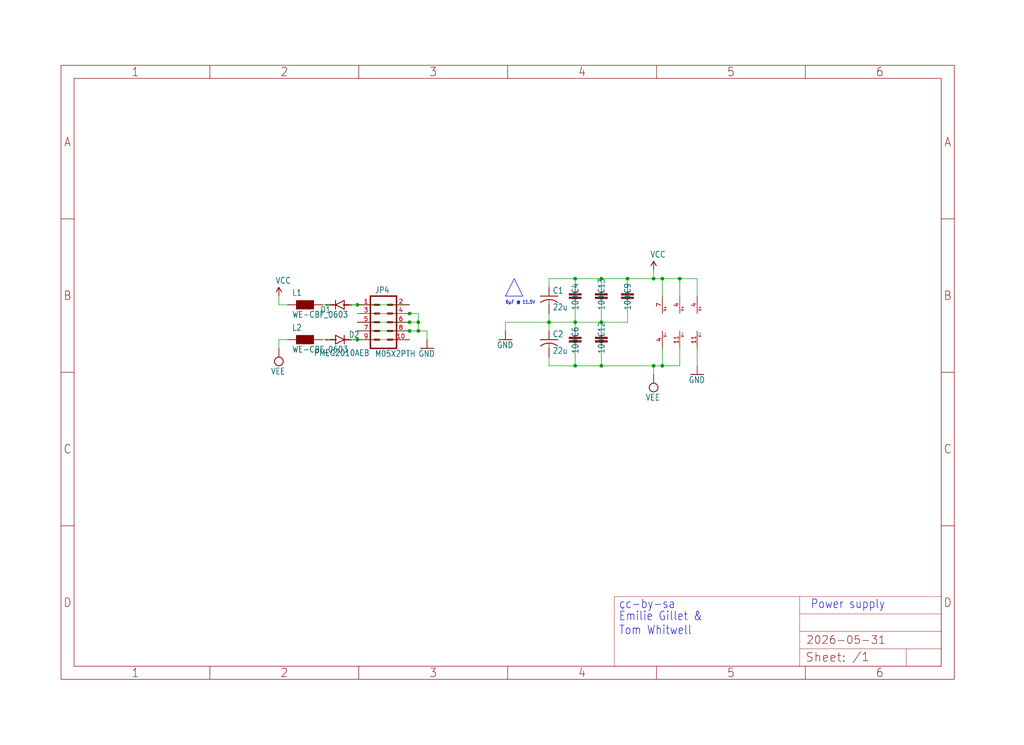
<source format=kicad_sch>
(kicad_sch
	(version 20231120)
	(generator "eeschema")
	(generator_version "8.0")
	(uuid "a47ab2d4-88b6-4efe-9f00-f6778324bbd3")
	(paper "User" 298.45 217.322)
	(lib_symbols
		(symbol "mikrophonie_2023-eagle-import:A4L-LOC"
			(exclude_from_sim no)
			(in_bom yes)
			(on_board yes)
			(property "Reference" "#FRAME"
				(at 0 0 0)
				(effects
					(font
						(size 1.27 1.27)
					)
					(hide yes)
				)
			)
			(property "Value" ""
				(at 0 0 0)
				(effects
					(font
						(size 1.27 1.27)
					)
					(hide yes)
				)
			)
			(property "Footprint" ""
				(at 0 0 0)
				(effects
					(font
						(size 1.27 1.27)
					)
					(hide yes)
				)
			)
			(property "Datasheet" ""
				(at 0 0 0)
				(effects
					(font
						(size 1.27 1.27)
					)
					(hide yes)
				)
			)
			(property "Description" "FRAME\n\nDIN A4, landscape with location and doc. field"
				(at 0 0 0)
				(effects
					(font
						(size 1.27 1.27)
					)
					(hide yes)
				)
			)
			(property "ki_locked" ""
				(at 0 0 0)
				(effects
					(font
						(size 1.27 1.27)
					)
				)
			)
			(symbol "A4L-LOC_1_0"
				(polyline
					(pts
						(xy 0 44.7675) (xy 3.81 44.7675)
					)
					(stroke
						(width 0)
						(type default)
					)
					(fill
						(type none)
					)
				)
				(polyline
					(pts
						(xy 0 89.535) (xy 3.81 89.535)
					)
					(stroke
						(width 0)
						(type default)
					)
					(fill
						(type none)
					)
				)
				(polyline
					(pts
						(xy 0 134.3025) (xy 3.81 134.3025)
					)
					(stroke
						(width 0)
						(type default)
					)
					(fill
						(type none)
					)
				)
				(polyline
					(pts
						(xy 3.81 3.81) (xy 3.81 175.26)
					)
					(stroke
						(width 0)
						(type default)
					)
					(fill
						(type none)
					)
				)
				(polyline
					(pts
						(xy 43.3917 0) (xy 43.3917 3.81)
					)
					(stroke
						(width 0)
						(type default)
					)
					(fill
						(type none)
					)
				)
				(polyline
					(pts
						(xy 43.3917 175.26) (xy 43.3917 179.07)
					)
					(stroke
						(width 0)
						(type default)
					)
					(fill
						(type none)
					)
				)
				(polyline
					(pts
						(xy 86.7833 0) (xy 86.7833 3.81)
					)
					(stroke
						(width 0)
						(type default)
					)
					(fill
						(type none)
					)
				)
				(polyline
					(pts
						(xy 86.7833 175.26) (xy 86.7833 179.07)
					)
					(stroke
						(width 0)
						(type default)
					)
					(fill
						(type none)
					)
				)
				(polyline
					(pts
						(xy 130.175 0) (xy 130.175 3.81)
					)
					(stroke
						(width 0)
						(type default)
					)
					(fill
						(type none)
					)
				)
				(polyline
					(pts
						(xy 130.175 175.26) (xy 130.175 179.07)
					)
					(stroke
						(width 0)
						(type default)
					)
					(fill
						(type none)
					)
				)
				(polyline
					(pts
						(xy 161.29 3.81) (xy 161.29 24.13)
					)
					(stroke
						(width 0.1016)
						(type solid)
					)
					(fill
						(type none)
					)
				)
				(polyline
					(pts
						(xy 161.29 24.13) (xy 215.265 24.13)
					)
					(stroke
						(width 0.1016)
						(type solid)
					)
					(fill
						(type none)
					)
				)
				(polyline
					(pts
						(xy 173.5667 0) (xy 173.5667 3.81)
					)
					(stroke
						(width 0)
						(type default)
					)
					(fill
						(type none)
					)
				)
				(polyline
					(pts
						(xy 173.5667 175.26) (xy 173.5667 179.07)
					)
					(stroke
						(width 0)
						(type default)
					)
					(fill
						(type none)
					)
				)
				(polyline
					(pts
						(xy 215.265 8.89) (xy 215.265 3.81)
					)
					(stroke
						(width 0.1016)
						(type solid)
					)
					(fill
						(type none)
					)
				)
				(polyline
					(pts
						(xy 215.265 8.89) (xy 215.265 13.97)
					)
					(stroke
						(width 0.1016)
						(type solid)
					)
					(fill
						(type none)
					)
				)
				(polyline
					(pts
						(xy 215.265 13.97) (xy 215.265 19.05)
					)
					(stroke
						(width 0.1016)
						(type solid)
					)
					(fill
						(type none)
					)
				)
				(polyline
					(pts
						(xy 215.265 13.97) (xy 256.54 13.97)
					)
					(stroke
						(width 0.1016)
						(type solid)
					)
					(fill
						(type none)
					)
				)
				(polyline
					(pts
						(xy 215.265 19.05) (xy 215.265 24.13)
					)
					(stroke
						(width 0.1016)
						(type solid)
					)
					(fill
						(type none)
					)
				)
				(polyline
					(pts
						(xy 215.265 19.05) (xy 256.54 19.05)
					)
					(stroke
						(width 0.1016)
						(type solid)
					)
					(fill
						(type none)
					)
				)
				(polyline
					(pts
						(xy 215.265 24.13) (xy 256.54 24.13)
					)
					(stroke
						(width 0.1016)
						(type solid)
					)
					(fill
						(type none)
					)
				)
				(polyline
					(pts
						(xy 216.9583 0) (xy 216.9583 3.81)
					)
					(stroke
						(width 0)
						(type default)
					)
					(fill
						(type none)
					)
				)
				(polyline
					(pts
						(xy 216.9583 175.26) (xy 216.9583 179.07)
					)
					(stroke
						(width 0)
						(type default)
					)
					(fill
						(type none)
					)
				)
				(polyline
					(pts
						(xy 246.38 3.81) (xy 246.38 8.89)
					)
					(stroke
						(width 0.1016)
						(type solid)
					)
					(fill
						(type none)
					)
				)
				(polyline
					(pts
						(xy 246.38 8.89) (xy 215.265 8.89)
					)
					(stroke
						(width 0.1016)
						(type solid)
					)
					(fill
						(type none)
					)
				)
				(polyline
					(pts
						(xy 246.38 8.89) (xy 256.54 8.89)
					)
					(stroke
						(width 0.1016)
						(type solid)
					)
					(fill
						(type none)
					)
				)
				(polyline
					(pts
						(xy 256.54 3.81) (xy 3.81 3.81)
					)
					(stroke
						(width 0)
						(type default)
					)
					(fill
						(type none)
					)
				)
				(polyline
					(pts
						(xy 256.54 3.81) (xy 256.54 8.89)
					)
					(stroke
						(width 0.1016)
						(type solid)
					)
					(fill
						(type none)
					)
				)
				(polyline
					(pts
						(xy 256.54 3.81) (xy 256.54 175.26)
					)
					(stroke
						(width 0)
						(type default)
					)
					(fill
						(type none)
					)
				)
				(polyline
					(pts
						(xy 256.54 8.89) (xy 256.54 13.97)
					)
					(stroke
						(width 0.1016)
						(type solid)
					)
					(fill
						(type none)
					)
				)
				(polyline
					(pts
						(xy 256.54 13.97) (xy 256.54 19.05)
					)
					(stroke
						(width 0.1016)
						(type solid)
					)
					(fill
						(type none)
					)
				)
				(polyline
					(pts
						(xy 256.54 19.05) (xy 256.54 24.13)
					)
					(stroke
						(width 0.1016)
						(type solid)
					)
					(fill
						(type none)
					)
				)
				(polyline
					(pts
						(xy 256.54 44.7675) (xy 260.35 44.7675)
					)
					(stroke
						(width 0)
						(type default)
					)
					(fill
						(type none)
					)
				)
				(polyline
					(pts
						(xy 256.54 89.535) (xy 260.35 89.535)
					)
					(stroke
						(width 0)
						(type default)
					)
					(fill
						(type none)
					)
				)
				(polyline
					(pts
						(xy 256.54 134.3025) (xy 260.35 134.3025)
					)
					(stroke
						(width 0)
						(type default)
					)
					(fill
						(type none)
					)
				)
				(polyline
					(pts
						(xy 256.54 175.26) (xy 3.81 175.26)
					)
					(stroke
						(width 0)
						(type default)
					)
					(fill
						(type none)
					)
				)
				(polyline
					(pts
						(xy 0 0) (xy 260.35 0) (xy 260.35 179.07) (xy 0 179.07) (xy 0 0)
					)
					(stroke
						(width 0)
						(type default)
					)
					(fill
						(type none)
					)
				)
				(text "${#}/${##}"
					(at 230.505 5.08 0)
					(effects
						(font
							(size 2.54 2.54)
						)
						(justify left bottom)
					)
				)
				(text "${CURRENT_DATE}"
					(at 217.17 10.16 0)
					(effects
						(font
							(size 2.286 2.286)
						)
						(justify left bottom)
					)
				)
				(text "${PROJECTNAME}"
					(at 217.17 15.24 0)
					(effects
						(font
							(size 2.54 2.54)
						)
						(justify left bottom)
					)
				)
				(text "1"
					(at 21.6958 1.905 0)
					(effects
						(font
							(size 2.54 2.286)
						)
					)
				)
				(text "1"
					(at 21.6958 177.165 0)
					(effects
						(font
							(size 2.54 2.286)
						)
					)
				)
				(text "2"
					(at 65.0875 1.905 0)
					(effects
						(font
							(size 2.54 2.286)
						)
					)
				)
				(text "2"
					(at 65.0875 177.165 0)
					(effects
						(font
							(size 2.54 2.286)
						)
					)
				)
				(text "3"
					(at 108.4792 1.905 0)
					(effects
						(font
							(size 2.54 2.286)
						)
					)
				)
				(text "3"
					(at 108.4792 177.165 0)
					(effects
						(font
							(size 2.54 2.286)
						)
					)
				)
				(text "4"
					(at 151.8708 1.905 0)
					(effects
						(font
							(size 2.54 2.286)
						)
					)
				)
				(text "4"
					(at 151.8708 177.165 0)
					(effects
						(font
							(size 2.54 2.286)
						)
					)
				)
				(text "5"
					(at 195.2625 1.905 0)
					(effects
						(font
							(size 2.54 2.286)
						)
					)
				)
				(text "5"
					(at 195.2625 177.165 0)
					(effects
						(font
							(size 2.54 2.286)
						)
					)
				)
				(text "6"
					(at 238.6542 1.905 0)
					(effects
						(font
							(size 2.54 2.286)
						)
					)
				)
				(text "6"
					(at 238.6542 177.165 0)
					(effects
						(font
							(size 2.54 2.286)
						)
					)
				)
				(text "A"
					(at 1.905 156.6863 0)
					(effects
						(font
							(size 2.54 2.286)
						)
					)
				)
				(text "A"
					(at 258.445 156.6863 0)
					(effects
						(font
							(size 2.54 2.286)
						)
					)
				)
				(text "B"
					(at 1.905 111.9188 0)
					(effects
						(font
							(size 2.54 2.286)
						)
					)
				)
				(text "B"
					(at 258.445 111.9188 0)
					(effects
						(font
							(size 2.54 2.286)
						)
					)
				)
				(text "C"
					(at 1.905 67.1513 0)
					(effects
						(font
							(size 2.54 2.286)
						)
					)
				)
				(text "C"
					(at 258.445 67.1513 0)
					(effects
						(font
							(size 2.54 2.286)
						)
					)
				)
				(text "D"
					(at 1.905 22.3838 0)
					(effects
						(font
							(size 2.54 2.286)
						)
					)
				)
				(text "D"
					(at 258.445 22.3838 0)
					(effects
						(font
							(size 2.54 2.286)
						)
					)
				)
				(text "Sheet:"
					(at 216.916 4.953 0)
					(effects
						(font
							(size 2.54 2.54)
						)
						(justify left bottom)
					)
				)
			)
		)
		(symbol "mikrophonie_2023-eagle-import:C-USC1206"
			(exclude_from_sim no)
			(in_bom yes)
			(on_board yes)
			(property "Reference" "C"
				(at 1.016 0.635 0)
				(effects
					(font
						(size 1.778 1.5113)
					)
					(justify left bottom)
				)
			)
			(property "Value" ""
				(at 1.016 -4.191 0)
				(effects
					(font
						(size 1.778 1.5113)
					)
					(justify left bottom)
				)
			)
			(property "Footprint" "mikrophonie_2023:C1206"
				(at 0 0 0)
				(effects
					(font
						(size 1.27 1.27)
					)
					(hide yes)
				)
			)
			(property "Datasheet" ""
				(at 0 0 0)
				(effects
					(font
						(size 1.27 1.27)
					)
					(hide yes)
				)
			)
			(property "Description" "CAPACITOR, American symbol"
				(at 0 0 0)
				(effects
					(font
						(size 1.27 1.27)
					)
					(hide yes)
				)
			)
			(property "ki_locked" ""
				(at 0 0 0)
				(effects
					(font
						(size 1.27 1.27)
					)
				)
			)
			(symbol "C-USC1206_1_0"
				(arc
					(start 0 -1.0161)
					(mid -1.302 -1.2303)
					(end -2.4668 -1.8504)
					(stroke
						(width 0.254)
						(type solid)
					)
					(fill
						(type none)
					)
				)
				(polyline
					(pts
						(xy -2.54 0) (xy 2.54 0)
					)
					(stroke
						(width 0.254)
						(type solid)
					)
					(fill
						(type none)
					)
				)
				(polyline
					(pts
						(xy 0 -1.016) (xy 0 -2.54)
					)
					(stroke
						(width 0.1524)
						(type solid)
					)
					(fill
						(type none)
					)
				)
				(arc
					(start 2.4892 -1.8541)
					(mid 1.3158 -1.2194)
					(end 0 -1)
					(stroke
						(width 0.254)
						(type solid)
					)
					(fill
						(type none)
					)
				)
				(pin passive line
					(at 0 2.54 270)
					(length 2.54)
					(name "1"
						(effects
							(font
								(size 0 0)
							)
						)
					)
					(number "1"
						(effects
							(font
								(size 0 0)
							)
						)
					)
				)
				(pin passive line
					(at 0 -5.08 90)
					(length 2.54)
					(name "2"
						(effects
							(font
								(size 0 0)
							)
						)
					)
					(number "2"
						(effects
							(font
								(size 0 0)
							)
						)
					)
				)
			)
		)
		(symbol "mikrophonie_2023-eagle-import:CAPACITOR-90"
			(exclude_from_sim no)
			(in_bom yes)
			(on_board yes)
			(property "Reference" ""
				(at 2.54 0 90)
				(effects
					(font
						(size 1.778 1.5113)
					)
					(justify top)
					(hide yes)
				)
			)
			(property "Value" ""
				(at -2.54 0 90)
				(effects
					(font
						(size 1.778 1.5113)
					)
					(justify bottom)
				)
			)
			(property "Footprint" "mikrophonie_2023:C0402-90"
				(at 0 0 0)
				(effects
					(font
						(size 1.27 1.27)
					)
					(hide yes)
				)
			)
			(property "Datasheet" ""
				(at 0 0 0)
				(effects
					(font
						(size 1.27 1.27)
					)
					(hide yes)
				)
			)
			(property "Description" ""
				(at 0 0 0)
				(effects
					(font
						(size 1.27 1.27)
					)
					(hide yes)
				)
			)
			(property "ki_locked" ""
				(at 0 0 0)
				(effects
					(font
						(size 1.27 1.27)
					)
				)
			)
			(symbol "CAPACITOR-90_1_0"
				(rectangle
					(start -1.778 -0.762)
					(end 1.778 -0.254)
					(stroke
						(width 0)
						(type default)
					)
					(fill
						(type outline)
					)
				)
				(rectangle
					(start -1.778 0.254)
					(end 1.778 0.762)
					(stroke
						(width 0)
						(type default)
					)
					(fill
						(type outline)
					)
				)
				(polyline
					(pts
						(xy 0 -2.54) (xy 0 -0.762)
					)
					(stroke
						(width 0.1524)
						(type solid)
					)
					(fill
						(type none)
					)
				)
				(polyline
					(pts
						(xy 0 2.54) (xy 0 0.762)
					)
					(stroke
						(width 0.1524)
						(type solid)
					)
					(fill
						(type none)
					)
				)
				(pin passive line
					(at 0 2.54 0)
					(length 0)
					(name "1"
						(effects
							(font
								(size 0 0)
							)
						)
					)
					(number "1"
						(effects
							(font
								(size 0 0)
							)
						)
					)
				)
				(pin passive line
					(at 0 -2.54 90)
					(length 0)
					(name "2"
						(effects
							(font
								(size 0 0)
							)
						)
					)
					(number "2"
						(effects
							(font
								(size 0 0)
							)
						)
					)
				)
			)
		)
		(symbol "mikrophonie_2023-eagle-import:DIODE-SOD523"
			(exclude_from_sim no)
			(in_bom yes)
			(on_board yes)
			(property "Reference" "D"
				(at 2.54 0.4826 0)
				(effects
					(font
						(size 1.778 1.5113)
					)
					(justify left bottom)
				)
			)
			(property "Value" ""
				(at 2.54 -2.3114 0)
				(effects
					(font
						(size 1.778 1.5113)
					)
					(justify left bottom)
				)
			)
			(property "Footprint" "mikrophonie_2023:SOD523"
				(at 0 0 0)
				(effects
					(font
						(size 1.27 1.27)
					)
					(hide yes)
				)
			)
			(property "Datasheet" ""
				(at 0 0 0)
				(effects
					(font
						(size 1.27 1.27)
					)
					(hide yes)
				)
			)
			(property "Description" "DIODE"
				(at 0 0 0)
				(effects
					(font
						(size 1.27 1.27)
					)
					(hide yes)
				)
			)
			(property "ki_locked" ""
				(at 0 0 0)
				(effects
					(font
						(size 1.27 1.27)
					)
				)
			)
			(symbol "DIODE-SOD523_1_0"
				(polyline
					(pts
						(xy -1.27 -1.27) (xy 1.27 0)
					)
					(stroke
						(width 0.254)
						(type solid)
					)
					(fill
						(type none)
					)
				)
				(polyline
					(pts
						(xy -1.27 0) (xy -2.54 0)
					)
					(stroke
						(width 0.254)
						(type solid)
					)
					(fill
						(type none)
					)
				)
				(polyline
					(pts
						(xy -1.27 0) (xy -1.27 -1.27)
					)
					(stroke
						(width 0.254)
						(type solid)
					)
					(fill
						(type none)
					)
				)
				(polyline
					(pts
						(xy -1.27 1.27) (xy -1.27 0)
					)
					(stroke
						(width 0.254)
						(type solid)
					)
					(fill
						(type none)
					)
				)
				(polyline
					(pts
						(xy 1.27 0) (xy -1.27 1.27)
					)
					(stroke
						(width 0.254)
						(type solid)
					)
					(fill
						(type none)
					)
				)
				(polyline
					(pts
						(xy 1.27 0) (xy 1.27 -1.27)
					)
					(stroke
						(width 0.254)
						(type solid)
					)
					(fill
						(type none)
					)
				)
				(polyline
					(pts
						(xy 1.27 1.27) (xy 1.27 0)
					)
					(stroke
						(width 0.254)
						(type solid)
					)
					(fill
						(type none)
					)
				)
				(polyline
					(pts
						(xy 2.54 0) (xy 1.27 0)
					)
					(stroke
						(width 0.254)
						(type solid)
					)
					(fill
						(type none)
					)
				)
				(text "SpiceOrder 1"
					(at -2.54 0 0)
					(effects
						(font
							(size 0.4064 0.3454)
						)
					)
				)
				(text "SpiceOrder 2"
					(at 2.54 0 0)
					(effects
						(font
							(size 0.4064 0.3454)
						)
					)
				)
				(pin passive line
					(at -2.54 0 0)
					(length 0)
					(name "A"
						(effects
							(font
								(size 0 0)
							)
						)
					)
					(number "A"
						(effects
							(font
								(size 0 0)
							)
						)
					)
				)
				(pin passive line
					(at 2.54 0 180)
					(length 0)
					(name "C"
						(effects
							(font
								(size 0 0)
							)
						)
					)
					(number "C"
						(effects
							(font
								(size 0 0)
							)
						)
					)
				)
			)
		)
		(symbol "mikrophonie_2023-eagle-import:GND"
			(power)
			(exclude_from_sim no)
			(in_bom yes)
			(on_board yes)
			(property "Reference" "#GND"
				(at 0 0 0)
				(effects
					(font
						(size 1.27 1.27)
					)
					(hide yes)
				)
			)
			(property "Value" ""
				(at -2.54 -2.54 0)
				(effects
					(font
						(size 1.778 1.5113)
					)
					(justify left bottom)
				)
			)
			(property "Footprint" ""
				(at 0 0 0)
				(effects
					(font
						(size 1.27 1.27)
					)
					(hide yes)
				)
			)
			(property "Datasheet" ""
				(at 0 0 0)
				(effects
					(font
						(size 1.27 1.27)
					)
					(hide yes)
				)
			)
			(property "Description" "SUPPLY SYMBOL"
				(at 0 0 0)
				(effects
					(font
						(size 1.27 1.27)
					)
					(hide yes)
				)
			)
			(property "ki_locked" ""
				(at 0 0 0)
				(effects
					(font
						(size 1.27 1.27)
					)
				)
			)
			(symbol "GND_1_0"
				(polyline
					(pts
						(xy -1.905 0) (xy 1.905 0)
					)
					(stroke
						(width 0.254)
						(type solid)
					)
					(fill
						(type none)
					)
				)
				(pin power_in line
					(at 0 2.54 270)
					(length 2.54)
					(name "GND"
						(effects
							(font
								(size 0 0)
							)
						)
					)
					(number "1"
						(effects
							(font
								(size 0 0)
							)
						)
					)
				)
			)
		)
		(symbol "mikrophonie_2023-eagle-import:LM324_TSSOP"
			(exclude_from_sim no)
			(in_bom yes)
			(on_board yes)
			(property "Reference" "U"
				(at 2.54 3.175 0)
				(effects
					(font
						(size 1.778 1.5113)
					)
					(justify left bottom)
					(hide yes)
				)
			)
			(property "Value" ""
				(at 2.54 -5.08 0)
				(effects
					(font
						(size 1.778 1.5113)
					)
					(justify left bottom)
					(hide yes)
				)
			)
			(property "Footprint" "mikrophonie_2023:SOP65P640X120-14N"
				(at 0 0 0)
				(effects
					(font
						(size 1.27 1.27)
					)
					(hide yes)
				)
			)
			(property "Datasheet" ""
				(at 0 0 0)
				(effects
					(font
						(size 1.27 1.27)
					)
					(hide yes)
				)
			)
			(property "Description" "IC OPAMP QUAD 1.8V"
				(at 0 0 0)
				(effects
					(font
						(size 1.27 1.27)
					)
					(hide yes)
				)
			)
			(property "ki_locked" ""
				(at 0 0 0)
				(effects
					(font
						(size 1.27 1.27)
					)
				)
			)
			(symbol "LM324_TSSOP_1_0"
				(polyline
					(pts
						(xy -5.08 -5.08) (xy 5.08 0)
					)
					(stroke
						(width 0.4064)
						(type solid)
					)
					(fill
						(type none)
					)
				)
				(polyline
					(pts
						(xy -5.08 5.08) (xy -5.08 -5.08)
					)
					(stroke
						(width 0.4064)
						(type solid)
					)
					(fill
						(type none)
					)
				)
				(polyline
					(pts
						(xy -4.445 -2.54) (xy -3.175 -2.54)
					)
					(stroke
						(width 0.1524)
						(type solid)
					)
					(fill
						(type none)
					)
				)
				(polyline
					(pts
						(xy -4.445 2.54) (xy -3.175 2.54)
					)
					(stroke
						(width 0.1524)
						(type solid)
					)
					(fill
						(type none)
					)
				)
				(polyline
					(pts
						(xy -3.81 3.175) (xy -3.81 1.905)
					)
					(stroke
						(width 0.1524)
						(type solid)
					)
					(fill
						(type none)
					)
				)
				(polyline
					(pts
						(xy 5.08 0) (xy -5.08 5.08)
					)
					(stroke
						(width 0.4064)
						(type solid)
					)
					(fill
						(type none)
					)
				)
				(pin output line
					(at 7.62 0 180)
					(length 2.54)
					(name "OUT"
						(effects
							(font
								(size 0 0)
							)
						)
					)
					(number "1"
						(effects
							(font
								(size 1.27 1.27)
							)
						)
					)
				)
				(pin input line
					(at -7.62 -2.54 0)
					(length 2.54)
					(name "-IN"
						(effects
							(font
								(size 0 0)
							)
						)
					)
					(number "2"
						(effects
							(font
								(size 1.27 1.27)
							)
						)
					)
				)
				(pin input line
					(at -7.62 2.54 0)
					(length 2.54)
					(name "+IN"
						(effects
							(font
								(size 0 0)
							)
						)
					)
					(number "3"
						(effects
							(font
								(size 1.27 1.27)
							)
						)
					)
				)
			)
			(symbol "LM324_TSSOP_2_0"
				(polyline
					(pts
						(xy -5.08 -5.08) (xy 5.08 0)
					)
					(stroke
						(width 0.4064)
						(type solid)
					)
					(fill
						(type none)
					)
				)
				(polyline
					(pts
						(xy -5.08 5.08) (xy -5.08 -5.08)
					)
					(stroke
						(width 0.4064)
						(type solid)
					)
					(fill
						(type none)
					)
				)
				(polyline
					(pts
						(xy -4.445 -2.54) (xy -3.175 -2.54)
					)
					(stroke
						(width 0.1524)
						(type solid)
					)
					(fill
						(type none)
					)
				)
				(polyline
					(pts
						(xy -4.445 2.54) (xy -3.175 2.54)
					)
					(stroke
						(width 0.1524)
						(type solid)
					)
					(fill
						(type none)
					)
				)
				(polyline
					(pts
						(xy -3.81 3.175) (xy -3.81 1.905)
					)
					(stroke
						(width 0.1524)
						(type solid)
					)
					(fill
						(type none)
					)
				)
				(polyline
					(pts
						(xy 5.08 0) (xy -5.08 5.08)
					)
					(stroke
						(width 0.4064)
						(type solid)
					)
					(fill
						(type none)
					)
				)
				(pin input line
					(at -7.62 2.54 0)
					(length 2.54)
					(name "+IN"
						(effects
							(font
								(size 0 0)
							)
						)
					)
					(number "5"
						(effects
							(font
								(size 1.27 1.27)
							)
						)
					)
				)
				(pin input line
					(at -7.62 -2.54 0)
					(length 2.54)
					(name "-IN"
						(effects
							(font
								(size 0 0)
							)
						)
					)
					(number "6"
						(effects
							(font
								(size 1.27 1.27)
							)
						)
					)
				)
				(pin output line
					(at 7.62 0 180)
					(length 2.54)
					(name "OUT"
						(effects
							(font
								(size 0 0)
							)
						)
					)
					(number "7"
						(effects
							(font
								(size 1.27 1.27)
							)
						)
					)
				)
			)
			(symbol "LM324_TSSOP_3_0"
				(polyline
					(pts
						(xy -5.08 -5.08) (xy 5.08 0)
					)
					(stroke
						(width 0.4064)
						(type solid)
					)
					(fill
						(type none)
					)
				)
				(polyline
					(pts
						(xy -5.08 5.08) (xy -5.08 -5.08)
					)
					(stroke
						(width 0.4064)
						(type solid)
					)
					(fill
						(type none)
					)
				)
				(polyline
					(pts
						(xy -4.445 -2.54) (xy -3.175 -2.54)
					)
					(stroke
						(width 0.1524)
						(type solid)
					)
					(fill
						(type none)
					)
				)
				(polyline
					(pts
						(xy -4.445 2.54) (xy -3.175 2.54)
					)
					(stroke
						(width 0.1524)
						(type solid)
					)
					(fill
						(type none)
					)
				)
				(polyline
					(pts
						(xy -3.81 3.175) (xy -3.81 1.905)
					)
					(stroke
						(width 0.1524)
						(type solid)
					)
					(fill
						(type none)
					)
				)
				(polyline
					(pts
						(xy 5.08 0) (xy -5.08 5.08)
					)
					(stroke
						(width 0.4064)
						(type solid)
					)
					(fill
						(type none)
					)
				)
				(pin input line
					(at -7.62 2.54 0)
					(length 2.54)
					(name "+IN"
						(effects
							(font
								(size 0 0)
							)
						)
					)
					(number "10"
						(effects
							(font
								(size 1.27 1.27)
							)
						)
					)
				)
				(pin output line
					(at 7.62 0 180)
					(length 2.54)
					(name "OUT"
						(effects
							(font
								(size 0 0)
							)
						)
					)
					(number "8"
						(effects
							(font
								(size 1.27 1.27)
							)
						)
					)
				)
				(pin input line
					(at -7.62 -2.54 0)
					(length 2.54)
					(name "-IN"
						(effects
							(font
								(size 0 0)
							)
						)
					)
					(number "9"
						(effects
							(font
								(size 1.27 1.27)
							)
						)
					)
				)
			)
			(symbol "LM324_TSSOP_4_0"
				(polyline
					(pts
						(xy -5.08 -5.08) (xy 5.08 0)
					)
					(stroke
						(width 0.4064)
						(type solid)
					)
					(fill
						(type none)
					)
				)
				(polyline
					(pts
						(xy -5.08 5.08) (xy -5.08 -5.08)
					)
					(stroke
						(width 0.4064)
						(type solid)
					)
					(fill
						(type none)
					)
				)
				(polyline
					(pts
						(xy -4.445 -2.54) (xy -3.175 -2.54)
					)
					(stroke
						(width 0.1524)
						(type solid)
					)
					(fill
						(type none)
					)
				)
				(polyline
					(pts
						(xy -4.445 2.54) (xy -3.175 2.54)
					)
					(stroke
						(width 0.1524)
						(type solid)
					)
					(fill
						(type none)
					)
				)
				(polyline
					(pts
						(xy -3.81 3.175) (xy -3.81 1.905)
					)
					(stroke
						(width 0.1524)
						(type solid)
					)
					(fill
						(type none)
					)
				)
				(polyline
					(pts
						(xy 5.08 0) (xy -5.08 5.08)
					)
					(stroke
						(width 0.4064)
						(type solid)
					)
					(fill
						(type none)
					)
				)
				(pin input line
					(at -7.62 2.54 0)
					(length 2.54)
					(name "+IN"
						(effects
							(font
								(size 0 0)
							)
						)
					)
					(number "12"
						(effects
							(font
								(size 1.27 1.27)
							)
						)
					)
				)
				(pin input line
					(at -7.62 -2.54 0)
					(length 2.54)
					(name "-IN"
						(effects
							(font
								(size 0 0)
							)
						)
					)
					(number "13"
						(effects
							(font
								(size 1.27 1.27)
							)
						)
					)
				)
				(pin output line
					(at 7.62 0 180)
					(length 2.54)
					(name "OUT"
						(effects
							(font
								(size 0 0)
							)
						)
					)
					(number "14"
						(effects
							(font
								(size 1.27 1.27)
							)
						)
					)
				)
			)
			(symbol "LM324_TSSOP_5_0"
				(text "V+"
					(at 1.27 3.175 900)
					(effects
						(font
							(size 0.8128 0.6908)
						)
						(justify left bottom)
					)
				)
				(text "V-"
					(at 1.27 -4.445 900)
					(effects
						(font
							(size 0.8128 0.6908)
						)
						(justify left bottom)
					)
				)
				(pin power_in line
					(at 0 -7.62 90)
					(length 5.08)
					(name "V-"
						(effects
							(font
								(size 0 0)
							)
						)
					)
					(number "11"
						(effects
							(font
								(size 1.27 1.27)
							)
						)
					)
				)
				(pin power_in line
					(at 0 7.62 270)
					(length 5.08)
					(name "V+"
						(effects
							(font
								(size 0 0)
							)
						)
					)
					(number "4"
						(effects
							(font
								(size 1.27 1.27)
							)
						)
					)
				)
			)
		)
		(symbol "mikrophonie_2023-eagle-import:M05X2PTH"
			(exclude_from_sim no)
			(in_bom yes)
			(on_board yes)
			(property "Reference" "JP"
				(at -2.54 8.382 0)
				(effects
					(font
						(size 1.778 1.5113)
					)
					(justify left bottom)
				)
			)
			(property "Value" ""
				(at -2.54 -10.16 0)
				(effects
					(font
						(size 1.778 1.5113)
					)
					(justify left bottom)
				)
			)
			(property "Footprint" "mikrophonie_2023:AVR_ICSP"
				(at 0 0 0)
				(effects
					(font
						(size 1.27 1.27)
					)
					(hide yes)
				)
			)
			(property "Datasheet" ""
				(at 0 0 0)
				(effects
					(font
						(size 1.27 1.27)
					)
					(hide yes)
				)
			)
			(property "Description" "Header 5x2 Standard 10-pin dual row 0.1\" header. Commonly used with AVR-ISP. Use with Spark Fun Electronics SKU: PRT-00778"
				(at 0 0 0)
				(effects
					(font
						(size 1.27 1.27)
					)
					(hide yes)
				)
			)
			(property "ki_locked" ""
				(at 0 0 0)
				(effects
					(font
						(size 1.27 1.27)
					)
				)
			)
			(symbol "M05X2PTH_1_0"
				(polyline
					(pts
						(xy -3.81 7.62) (xy -3.81 -7.62)
					)
					(stroke
						(width 0.4064)
						(type solid)
					)
					(fill
						(type none)
					)
				)
				(polyline
					(pts
						(xy -3.81 7.62) (xy 3.81 7.62)
					)
					(stroke
						(width 0.4064)
						(type solid)
					)
					(fill
						(type none)
					)
				)
				(polyline
					(pts
						(xy -1.27 -5.08) (xy -2.54 -5.08)
					)
					(stroke
						(width 0.6096)
						(type solid)
					)
					(fill
						(type none)
					)
				)
				(polyline
					(pts
						(xy -1.27 -2.54) (xy -2.54 -2.54)
					)
					(stroke
						(width 0.6096)
						(type solid)
					)
					(fill
						(type none)
					)
				)
				(polyline
					(pts
						(xy -1.27 0) (xy -2.54 0)
					)
					(stroke
						(width 0.6096)
						(type solid)
					)
					(fill
						(type none)
					)
				)
				(polyline
					(pts
						(xy -1.27 2.54) (xy -2.54 2.54)
					)
					(stroke
						(width 0.6096)
						(type solid)
					)
					(fill
						(type none)
					)
				)
				(polyline
					(pts
						(xy -1.27 5.08) (xy -2.54 5.08)
					)
					(stroke
						(width 0.6096)
						(type solid)
					)
					(fill
						(type none)
					)
				)
				(polyline
					(pts
						(xy 1.27 -5.08) (xy 2.54 -5.08)
					)
					(stroke
						(width 0.6096)
						(type solid)
					)
					(fill
						(type none)
					)
				)
				(polyline
					(pts
						(xy 1.27 -2.54) (xy 2.54 -2.54)
					)
					(stroke
						(width 0.6096)
						(type solid)
					)
					(fill
						(type none)
					)
				)
				(polyline
					(pts
						(xy 1.27 0) (xy 2.54 0)
					)
					(stroke
						(width 0.6096)
						(type solid)
					)
					(fill
						(type none)
					)
				)
				(polyline
					(pts
						(xy 1.27 2.54) (xy 2.54 2.54)
					)
					(stroke
						(width 0.6096)
						(type solid)
					)
					(fill
						(type none)
					)
				)
				(polyline
					(pts
						(xy 1.27 5.08) (xy 2.54 5.08)
					)
					(stroke
						(width 0.6096)
						(type solid)
					)
					(fill
						(type none)
					)
				)
				(polyline
					(pts
						(xy 3.81 -7.62) (xy -3.81 -7.62)
					)
					(stroke
						(width 0.4064)
						(type solid)
					)
					(fill
						(type none)
					)
				)
				(polyline
					(pts
						(xy 3.81 -7.62) (xy 3.81 7.62)
					)
					(stroke
						(width 0.4064)
						(type solid)
					)
					(fill
						(type none)
					)
				)
				(pin passive line
					(at -7.62 5.08 0)
					(length 5.08)
					(name "1"
						(effects
							(font
								(size 0 0)
							)
						)
					)
					(number "1"
						(effects
							(font
								(size 1.27 1.27)
							)
						)
					)
				)
				(pin passive line
					(at 7.62 -5.08 180)
					(length 5.08)
					(name "10"
						(effects
							(font
								(size 0 0)
							)
						)
					)
					(number "10"
						(effects
							(font
								(size 1.27 1.27)
							)
						)
					)
				)
				(pin passive line
					(at 7.62 5.08 180)
					(length 5.08)
					(name "2"
						(effects
							(font
								(size 0 0)
							)
						)
					)
					(number "2"
						(effects
							(font
								(size 1.27 1.27)
							)
						)
					)
				)
				(pin passive line
					(at -7.62 2.54 0)
					(length 5.08)
					(name "3"
						(effects
							(font
								(size 0 0)
							)
						)
					)
					(number "3"
						(effects
							(font
								(size 1.27 1.27)
							)
						)
					)
				)
				(pin passive line
					(at 7.62 2.54 180)
					(length 5.08)
					(name "4"
						(effects
							(font
								(size 0 0)
							)
						)
					)
					(number "4"
						(effects
							(font
								(size 1.27 1.27)
							)
						)
					)
				)
				(pin passive line
					(at -7.62 0 0)
					(length 5.08)
					(name "5"
						(effects
							(font
								(size 0 0)
							)
						)
					)
					(number "5"
						(effects
							(font
								(size 1.27 1.27)
							)
						)
					)
				)
				(pin passive line
					(at 7.62 0 180)
					(length 5.08)
					(name "6"
						(effects
							(font
								(size 0 0)
							)
						)
					)
					(number "6"
						(effects
							(font
								(size 1.27 1.27)
							)
						)
					)
				)
				(pin passive line
					(at -7.62 -2.54 0)
					(length 5.08)
					(name "7"
						(effects
							(font
								(size 0 0)
							)
						)
					)
					(number "7"
						(effects
							(font
								(size 1.27 1.27)
							)
						)
					)
				)
				(pin passive line
					(at 7.62 -2.54 180)
					(length 5.08)
					(name "8"
						(effects
							(font
								(size 0 0)
							)
						)
					)
					(number "8"
						(effects
							(font
								(size 1.27 1.27)
							)
						)
					)
				)
				(pin passive line
					(at -7.62 -5.08 0)
					(length 5.08)
					(name "9"
						(effects
							(font
								(size 0 0)
							)
						)
					)
					(number "9"
						(effects
							(font
								(size 1.27 1.27)
							)
						)
					)
				)
			)
		)
		(symbol "mikrophonie_2023-eagle-import:OPA1641"
			(exclude_from_sim no)
			(in_bom yes)
			(on_board yes)
			(property "Reference" "IC"
				(at 2.54 3.175 0)
				(effects
					(font
						(size 1.778 1.5113)
					)
					(justify left bottom)
					(hide yes)
				)
			)
			(property "Value" ""
				(at 2.54 -5.08 0)
				(effects
					(font
						(size 1.778 1.5113)
					)
					(justify left bottom)
					(hide yes)
				)
			)
			(property "Footprint" "mikrophonie_2023:MSOP8"
				(at 0 0 0)
				(effects
					(font
						(size 1.27 1.27)
					)
					(hide yes)
				)
			)
			(property "Datasheet" ""
				(at 0 0 0)
				(effects
					(font
						(size 1.27 1.27)
					)
					(hide yes)
				)
			)
			(property "Description" ""
				(at 0 0 0)
				(effects
					(font
						(size 1.27 1.27)
					)
					(hide yes)
				)
			)
			(property "ki_locked" ""
				(at 0 0 0)
				(effects
					(font
						(size 1.27 1.27)
					)
				)
			)
			(symbol "OPA1641_1_0"
				(text "V+"
					(at 1.27 3.175 900)
					(effects
						(font
							(size 0.8128 0.6908)
						)
						(justify left bottom)
					)
				)
				(text "V-"
					(at 1.27 -4.445 900)
					(effects
						(font
							(size 0.8128 0.6908)
						)
						(justify left bottom)
					)
				)
				(pin power_in line
					(at 0 -7.62 90)
					(length 5.08)
					(name "V-"
						(effects
							(font
								(size 0 0)
							)
						)
					)
					(number "4"
						(effects
							(font
								(size 1.27 1.27)
							)
						)
					)
				)
				(pin power_in line
					(at 0 7.62 270)
					(length 5.08)
					(name "V+"
						(effects
							(font
								(size 0 0)
							)
						)
					)
					(number "7"
						(effects
							(font
								(size 1.27 1.27)
							)
						)
					)
				)
			)
			(symbol "OPA1641_2_0"
				(polyline
					(pts
						(xy -5.08 -5.08) (xy 5.08 0)
					)
					(stroke
						(width 0.4064)
						(type solid)
					)
					(fill
						(type none)
					)
				)
				(polyline
					(pts
						(xy -5.08 5.08) (xy -5.08 -5.08)
					)
					(stroke
						(width 0.4064)
						(type solid)
					)
					(fill
						(type none)
					)
				)
				(polyline
					(pts
						(xy -4.445 -2.54) (xy -3.175 -2.54)
					)
					(stroke
						(width 0.1524)
						(type solid)
					)
					(fill
						(type none)
					)
				)
				(polyline
					(pts
						(xy -4.445 2.54) (xy -3.175 2.54)
					)
					(stroke
						(width 0.1524)
						(type solid)
					)
					(fill
						(type none)
					)
				)
				(polyline
					(pts
						(xy -3.81 3.175) (xy -3.81 1.905)
					)
					(stroke
						(width 0.1524)
						(type solid)
					)
					(fill
						(type none)
					)
				)
				(polyline
					(pts
						(xy 5.08 0) (xy -5.08 5.08)
					)
					(stroke
						(width 0.4064)
						(type solid)
					)
					(fill
						(type none)
					)
				)
				(pin input line
					(at -7.62 -2.54 0)
					(length 2.54)
					(name "-IN"
						(effects
							(font
								(size 0 0)
							)
						)
					)
					(number "2"
						(effects
							(font
								(size 1.27 1.27)
							)
						)
					)
				)
				(pin input line
					(at -7.62 2.54 0)
					(length 2.54)
					(name "+IN"
						(effects
							(font
								(size 0 0)
							)
						)
					)
					(number "3"
						(effects
							(font
								(size 1.27 1.27)
							)
						)
					)
				)
				(pin output line
					(at 7.62 0 180)
					(length 2.54)
					(name "OUT"
						(effects
							(font
								(size 0 0)
							)
						)
					)
					(number "6"
						(effects
							(font
								(size 1.27 1.27)
							)
						)
					)
				)
			)
		)
		(symbol "mikrophonie_2023-eagle-import:VCC"
			(power)
			(exclude_from_sim no)
			(in_bom yes)
			(on_board yes)
			(property "Reference" "#P+"
				(at 0 0 0)
				(effects
					(font
						(size 1.27 1.27)
					)
					(hide yes)
				)
			)
			(property "Value" ""
				(at -1.016 3.556 0)
				(effects
					(font
						(size 1.778 1.5113)
					)
					(justify left bottom)
				)
			)
			(property "Footprint" ""
				(at 0 0 0)
				(effects
					(font
						(size 1.27 1.27)
					)
					(hide yes)
				)
			)
			(property "Datasheet" ""
				(at 0 0 0)
				(effects
					(font
						(size 1.27 1.27)
					)
					(hide yes)
				)
			)
			(property "Description" "SUPPLY SYMBOL"
				(at 0 0 0)
				(effects
					(font
						(size 1.27 1.27)
					)
					(hide yes)
				)
			)
			(property "ki_locked" ""
				(at 0 0 0)
				(effects
					(font
						(size 1.27 1.27)
					)
				)
			)
			(symbol "VCC_1_0"
				(polyline
					(pts
						(xy 0 2.54) (xy -0.762 1.27)
					)
					(stroke
						(width 0.254)
						(type solid)
					)
					(fill
						(type none)
					)
				)
				(polyline
					(pts
						(xy 0.762 1.27) (xy 0 2.54)
					)
					(stroke
						(width 0.254)
						(type solid)
					)
					(fill
						(type none)
					)
				)
				(pin power_in line
					(at 0 0 90)
					(length 2.54)
					(name "VCC"
						(effects
							(font
								(size 0 0)
							)
						)
					)
					(number "1"
						(effects
							(font
								(size 0 0)
							)
						)
					)
				)
			)
		)
		(symbol "mikrophonie_2023-eagle-import:VEE"
			(power)
			(exclude_from_sim no)
			(in_bom yes)
			(on_board yes)
			(property "Reference" "#SUPPLY"
				(at 0 0 0)
				(effects
					(font
						(size 1.27 1.27)
					)
					(hide yes)
				)
			)
			(property "Value" ""
				(at -1.905 3.175 0)
				(effects
					(font
						(size 1.778 1.5113)
					)
					(justify left bottom)
				)
			)
			(property "Footprint" ""
				(at 0 0 0)
				(effects
					(font
						(size 1.27 1.27)
					)
					(hide yes)
				)
			)
			(property "Datasheet" ""
				(at 0 0 0)
				(effects
					(font
						(size 1.27 1.27)
					)
					(hide yes)
				)
			)
			(property "Description" "SUPPLY SYMBOL"
				(at 0 0 0)
				(effects
					(font
						(size 1.27 1.27)
					)
					(hide yes)
				)
			)
			(property "ki_locked" ""
				(at 0 0 0)
				(effects
					(font
						(size 1.27 1.27)
					)
				)
			)
			(symbol "VEE_1_0"
				(circle
					(center 0 1.27)
					(radius 1.27)
					(stroke
						(width 0.254)
						(type solid)
					)
					(fill
						(type none)
					)
				)
				(pin power_in line
					(at 0 -2.54 90)
					(length 2.54)
					(name "VEE"
						(effects
							(font
								(size 0 0)
							)
						)
					)
					(number "1"
						(effects
							(font
								(size 0 0)
							)
						)
					)
				)
			)
		)
		(symbol "mikrophonie_2023-eagle-import:WE-CBF_0603"
			(exclude_from_sim no)
			(in_bom yes)
			(on_board yes)
			(property "Reference" "L"
				(at -3.81 5.08 0)
				(effects
					(font
						(size 1.778 1.5113)
					)
					(justify left bottom)
				)
			)
			(property "Value" ""
				(at -3.81 -1.27 0)
				(effects
					(font
						(size 1.778 1.5113)
					)
					(justify left bottom)
				)
			)
			(property "Footprint" "mikrophonie_2023:0603"
				(at 0 0 0)
				(effects
					(font
						(size 1.27 1.27)
					)
					(hide yes)
				)
			)
			(property "Datasheet" ""
				(at 0 0 0)
				(effects
					(font
						(size 1.27 1.27)
					)
					(hide yes)
				)
			)
			(property "Description" "SMD EMI Suppression Ferrite Beads  - excellent anti-EMI properties  - low DCR - impedances till 3000 ohms - rated current up to 6 A"
				(at 0 0 0)
				(effects
					(font
						(size 1.27 1.27)
					)
					(hide yes)
				)
			)
			(property "ki_locked" ""
				(at 0 0 0)
				(effects
					(font
						(size 1.27 1.27)
					)
				)
			)
			(symbol "WE-CBF_0603_1_0"
				(rectangle
					(start -2.54 1.27)
					(end 2.54 3.81)
					(stroke
						(width 0)
						(type default)
					)
					(fill
						(type outline)
					)
				)
				(pin passive line
					(at -5.08 2.54 0)
					(length 2.54)
					(name "1"
						(effects
							(font
								(size 0 0)
							)
						)
					)
					(number "1"
						(effects
							(font
								(size 0 0)
							)
						)
					)
				)
				(pin passive line
					(at 5.08 2.54 180)
					(length 2.54)
					(name "2"
						(effects
							(font
								(size 0 0)
							)
						)
					)
					(number "2"
						(effects
							(font
								(size 0 0)
							)
						)
					)
				)
			)
		)
	)
	(junction
		(at 190.5 106.68)
		(diameter 0)
		(color 0 0 0 0)
		(uuid "066a53c1-778a-474d-bec5-b014f78074f1")
	)
	(junction
		(at 193.04 81.28)
		(diameter 0)
		(color 0 0 0 0)
		(uuid "06d2b0a7-ad4c-4173-800b-94e7da0cbcfe")
	)
	(junction
		(at 190.5 81.28)
		(diameter 0)
		(color 0 0 0 0)
		(uuid "30410940-98fe-45df-9a27-c6a347712f30")
	)
	(junction
		(at 175.26 93.98)
		(diameter 0)
		(color 0 0 0 0)
		(uuid "35a14cbc-60c4-405d-81ed-90e0aa444f0f")
	)
	(junction
		(at 104.14 88.9)
		(diameter 0)
		(color 0 0 0 0)
		(uuid "37833074-1744-4c33-acc9-83f94feba808")
	)
	(junction
		(at 175.26 106.68)
		(diameter 0)
		(color 0 0 0 0)
		(uuid "4411c5f8-1529-4dbe-9110-9f6808ce624c")
	)
	(junction
		(at 119.38 93.98)
		(diameter 0)
		(color 0 0 0 0)
		(uuid "59b37f8a-033c-409c-a0bc-595bde679b5d")
	)
	(junction
		(at 167.64 106.68)
		(diameter 0)
		(color 0 0 0 0)
		(uuid "830c0ef0-d2b4-42b6-a432-af184fdf74e5")
	)
	(junction
		(at 160.02 93.98)
		(diameter 0)
		(color 0 0 0 0)
		(uuid "8601b6a6-5c45-4676-82df-e838ac3b2ada")
	)
	(junction
		(at 198.12 81.28)
		(diameter 0)
		(color 0 0 0 0)
		(uuid "9900b2cd-2c65-4111-92ef-15ac2342d906")
	)
	(junction
		(at 167.64 93.98)
		(diameter 0)
		(color 0 0 0 0)
		(uuid "9a4e8e0c-a640-4256-b296-7731c945bf38")
	)
	(junction
		(at 167.64 81.28)
		(diameter 0)
		(color 0 0 0 0)
		(uuid "9dba4f84-6942-43b2-a221-58029b5e6206")
	)
	(junction
		(at 121.92 96.52)
		(diameter 0)
		(color 0 0 0 0)
		(uuid "bca31bec-5195-46e0-a460-20ec67230feb")
	)
	(junction
		(at 121.92 93.98)
		(diameter 0)
		(color 0 0 0 0)
		(uuid "d4503d8d-36fe-472a-8abb-f8cec9cd57de")
	)
	(junction
		(at 175.26 81.28)
		(diameter 0)
		(color 0 0 0 0)
		(uuid "dda027dd-f586-4e97-8496-e5488104f77a")
	)
	(junction
		(at 193.04 106.68)
		(diameter 0)
		(color 0 0 0 0)
		(uuid "e089b957-1ae4-4271-a559-36c2fab5c2b3")
	)
	(junction
		(at 119.38 91.44)
		(diameter 0)
		(color 0 0 0 0)
		(uuid "e35a7df3-b6e5-4bd0-be9c-1fb1c4e99029")
	)
	(junction
		(at 182.88 81.28)
		(diameter 0)
		(color 0 0 0 0)
		(uuid "e37e5982-92c4-4432-a621-1b03bedf7531")
	)
	(junction
		(at 119.38 96.52)
		(diameter 0)
		(color 0 0 0 0)
		(uuid "ea29c722-528f-4355-8d6e-d5532c5d56ff")
	)
	(junction
		(at 104.14 99.06)
		(diameter 0)
		(color 0 0 0 0)
		(uuid "fb43100b-d129-4463-9781-5dae80749685")
	)
	(wire
		(pts
			(xy 121.92 93.98) (xy 121.92 96.52)
		)
		(stroke
			(width 0.1524)
			(type solid)
		)
		(uuid "026cc552-b76f-4339-a387-c387921194f3")
	)
	(wire
		(pts
			(xy 193.04 101.6) (xy 193.04 106.68)
		)
		(stroke
			(width 0.1524)
			(type solid)
		)
		(uuid "0424b18a-c9d9-4b84-9d4e-41569df0f074")
	)
	(wire
		(pts
			(xy 101.6 99.06) (xy 104.14 99.06)
		)
		(stroke
			(width 0.1524)
			(type solid)
		)
		(uuid "0557ec63-b5f0-44fc-8ee3-9de77bb0cf31")
	)
	(wire
		(pts
			(xy 83.82 99.06) (xy 81.28 99.06)
		)
		(stroke
			(width 0.1524)
			(type solid)
		)
		(uuid "09a5654a-992e-4bc3-a406-f3c3a894f6b6")
	)
	(wire
		(pts
			(xy 203.2 106.68) (xy 203.2 101.6)
		)
		(stroke
			(width 0.1524)
			(type solid)
		)
		(uuid "09e8b778-ded9-4f00-9829-d02892087846")
	)
	(wire
		(pts
			(xy 96.52 88.9) (xy 93.98 88.9)
		)
		(stroke
			(width 0.1524)
			(type solid)
		)
		(uuid "0ce82ab9-7577-470e-9428-1ef6d108ddd0")
	)
	(wire
		(pts
			(xy 167.64 106.68) (xy 160.02 106.68)
		)
		(stroke
			(width 0.1524)
			(type solid)
		)
		(uuid "0dd09544-0744-4da0-9adc-24554723f062")
	)
	(wire
		(pts
			(xy 175.26 106.68) (xy 190.5 106.68)
		)
		(stroke
			(width 0.1524)
			(type solid)
		)
		(uuid "12d34aa5-8f70-4d79-bbed-cca5d0aa782b")
	)
	(wire
		(pts
			(xy 160.02 93.98) (xy 167.64 93.98)
		)
		(stroke
			(width 0.1524)
			(type solid)
		)
		(uuid "1603ac17-f3ae-46c3-bf83-a0d931b1b1e0")
	)
	(wire
		(pts
			(xy 198.12 101.6) (xy 198.12 106.68)
		)
		(stroke
			(width 0.1524)
			(type solid)
		)
		(uuid "1cb452d1-ff1a-44ae-88b0-ce36b333ffa7")
	)
	(wire
		(pts
			(xy 104.14 96.52) (xy 119.38 96.52)
		)
		(stroke
			(width 0.1524)
			(type solid)
		)
		(uuid "1eee2196-435b-484e-8b7d-683eefb4f0e5")
	)
	(wire
		(pts
			(xy 175.26 81.28) (xy 167.64 81.28)
		)
		(stroke
			(width 0.1524)
			(type solid)
		)
		(uuid "2131a27b-ca2a-415b-9d85-60165d02b176")
	)
	(wire
		(pts
			(xy 190.5 106.68) (xy 193.04 106.68)
		)
		(stroke
			(width 0.1524)
			(type solid)
		)
		(uuid "2505de46-1ec5-4244-a32b-5fb3c0dfbfd8")
	)
	(wire
		(pts
			(xy 193.04 81.28) (xy 190.5 81.28)
		)
		(stroke
			(width 0.1524)
			(type solid)
		)
		(uuid "25747959-dc6d-4c3c-bea8-f59f7eeed2a7")
	)
	(wire
		(pts
			(xy 193.04 86.36) (xy 193.04 81.28)
		)
		(stroke
			(width 0.1524)
			(type solid)
		)
		(uuid "2905ada0-dcac-4462-9adc-465d13950c90")
	)
	(wire
		(pts
			(xy 104.14 91.44) (xy 119.38 91.44)
		)
		(stroke
			(width 0.1524)
			(type solid)
		)
		(uuid "2d43e5f5-85cd-4e18-8967-144d0a08d0d0")
	)
	(wire
		(pts
			(xy 175.26 88.9) (xy 175.26 93.98)
		)
		(stroke
			(width 0.1524)
			(type solid)
		)
		(uuid "2ddb7d01-319f-432b-96bd-3e000fd9ad8e")
	)
	(wire
		(pts
			(xy 198.12 86.36) (xy 198.12 81.28)
		)
		(stroke
			(width 0.1524)
			(type solid)
		)
		(uuid "313e4e06-b799-4934-828e-19c4d745cc09")
	)
	(wire
		(pts
			(xy 147.32 93.98) (xy 147.32 96.52)
		)
		(stroke
			(width 0.1524)
			(type solid)
		)
		(uuid "348e01d2-b51c-4588-be2e-83827d25141e")
	)
	(wire
		(pts
			(xy 93.98 99.06) (xy 96.52 99.06)
		)
		(stroke
			(width 0.1524)
			(type solid)
		)
		(uuid "39d38eb6-1e0c-4b0c-95a9-b49b14e25898")
	)
	(polyline
		(pts
			(xy 147.32 86.36) (xy 149.86 81.28)
		)
		(stroke
			(width 0.1524)
			(type solid)
		)
		(uuid "3db7fbd6-c541-4fc8-ad10-a5a2d7f33914")
	)
	(polyline
		(pts
			(xy 152.4 86.36) (xy 147.32 86.36)
		)
		(stroke
			(width 0.1524)
			(type solid)
		)
		(uuid "420b3557-a5be-4546-bdfc-91f612ac25db")
	)
	(wire
		(pts
			(xy 160.02 81.28) (xy 160.02 83.82)
		)
		(stroke
			(width 0.1524)
			(type solid)
		)
		(uuid "46a008e8-2a1b-4649-84ba-e1e880cfe3fa")
	)
	(wire
		(pts
			(xy 198.12 81.28) (xy 203.2 81.28)
		)
		(stroke
			(width 0.1524)
			(type solid)
		)
		(uuid "54afb454-e503-4c86-8600-51c0a6305063")
	)
	(wire
		(pts
			(xy 182.88 83.82) (xy 182.88 81.28)
		)
		(stroke
			(width 0.1524)
			(type solid)
		)
		(uuid "54c0e063-1206-4420-968c-6092fda7987e")
	)
	(wire
		(pts
			(xy 198.12 81.28) (xy 193.04 81.28)
		)
		(stroke
			(width 0.1524)
			(type solid)
		)
		(uuid "56a90040-8625-420f-b03f-657bb91bdbc4")
	)
	(wire
		(pts
			(xy 175.26 101.6) (xy 175.26 106.68)
		)
		(stroke
			(width 0.1524)
			(type solid)
		)
		(uuid "5858ce5f-473c-448d-ba6a-db61ebec46b1")
	)
	(wire
		(pts
			(xy 119.38 93.98) (xy 104.14 93.98)
		)
		(stroke
			(width 0.1524)
			(type solid)
		)
		(uuid "5c4ff6b4-af92-43f0-b02e-c6226d782739")
	)
	(wire
		(pts
			(xy 121.92 91.44) (xy 121.92 93.98)
		)
		(stroke
			(width 0.1524)
			(type solid)
		)
		(uuid "625b684b-8d9c-4f0e-a583-eda5125f6498")
	)
	(wire
		(pts
			(xy 104.14 99.06) (xy 119.38 99.06)
		)
		(stroke
			(width 0.1524)
			(type solid)
		)
		(uuid "6aa95cd6-9db3-4b82-8e09-b5d60ba530da")
	)
	(wire
		(pts
			(xy 104.14 88.9) (xy 119.38 88.9)
		)
		(stroke
			(width 0.1524)
			(type solid)
		)
		(uuid "6ebea71a-99ce-49b0-9562-034a322fb46e")
	)
	(wire
		(pts
			(xy 175.26 83.82) (xy 175.26 81.28)
		)
		(stroke
			(width 0.1524)
			(type solid)
		)
		(uuid "717cf936-638c-49e4-b92c-6dd7b170a1f1")
	)
	(wire
		(pts
			(xy 167.64 83.82) (xy 167.64 81.28)
		)
		(stroke
			(width 0.1524)
			(type solid)
		)
		(uuid "75e888e0-404f-4913-af35-cc4d3ecb9915")
	)
	(wire
		(pts
			(xy 83.82 88.9) (xy 81.28 88.9)
		)
		(stroke
			(width 0.1524)
			(type solid)
		)
		(uuid "78137461-3fc9-48fe-9df8-3b26fad56b04")
	)
	(wire
		(pts
			(xy 175.26 93.98) (xy 182.88 93.98)
		)
		(stroke
			(width 0.1524)
			(type solid)
		)
		(uuid "7842b63d-596d-4cf0-b133-57105e22112b")
	)
	(wire
		(pts
			(xy 81.28 86.36) (xy 81.28 88.9)
		)
		(stroke
			(width 0.1524)
			(type solid)
		)
		(uuid "7bc7a5ab-e579-4137-9da3-faf5921b6884")
	)
	(wire
		(pts
			(xy 167.64 101.6) (xy 167.64 106.68)
		)
		(stroke
			(width 0.1524)
			(type solid)
		)
		(uuid "7c520bd7-9419-4d0d-9ceb-4f8354929c19")
	)
	(wire
		(pts
			(xy 119.38 96.52) (xy 121.92 96.52)
		)
		(stroke
			(width 0.1524)
			(type solid)
		)
		(uuid "7e9dd3c3-4ac6-4bee-8174-d8fa10d1f454")
	)
	(wire
		(pts
			(xy 175.26 81.28) (xy 182.88 81.28)
		)
		(stroke
			(width 0.1524)
			(type solid)
		)
		(uuid "7f9d604f-8228-4ae5-96a3-24f56d2870ec")
	)
	(wire
		(pts
			(xy 182.88 93.98) (xy 182.88 88.9)
		)
		(stroke
			(width 0.1524)
			(type solid)
		)
		(uuid "896fee5b-c7b8-4421-9b2e-57b392931540")
	)
	(wire
		(pts
			(xy 121.92 93.98) (xy 119.38 93.98)
		)
		(stroke
			(width 0.1524)
			(type solid)
		)
		(uuid "8eb83d80-6a7e-4f31-8430-737a3682f571")
	)
	(wire
		(pts
			(xy 147.32 93.98) (xy 160.02 93.98)
		)
		(stroke
			(width 0.1524)
			(type solid)
		)
		(uuid "930b764f-8456-4794-949f-fcda4f3df433")
	)
	(wire
		(pts
			(xy 160.02 91.44) (xy 160.02 93.98)
		)
		(stroke
			(width 0.1524)
			(type solid)
		)
		(uuid "9f07ab91-0a84-4225-a36f-ec6d7a625b08")
	)
	(wire
		(pts
			(xy 119.38 91.44) (xy 121.92 91.44)
		)
		(stroke
			(width 0.1524)
			(type solid)
		)
		(uuid "9f2dfeb4-bcf7-474b-9836-159425d56594")
	)
	(wire
		(pts
			(xy 175.26 106.68) (xy 167.64 106.68)
		)
		(stroke
			(width 0.1524)
			(type solid)
		)
		(uuid "a1249970-4612-4be1-b18c-2e9ce5be3f67")
	)
	(wire
		(pts
			(xy 81.28 99.06) (xy 81.28 101.6)
		)
		(stroke
			(width 0.1524)
			(type solid)
		)
		(uuid "a3e2e8a0-1639-4008-8b44-71e2f594f187")
	)
	(wire
		(pts
			(xy 203.2 81.28) (xy 203.2 86.36)
		)
		(stroke
			(width 0.1524)
			(type solid)
		)
		(uuid "a76ec86c-2a4b-4f94-a4ae-aba8d3bdc6d4")
	)
	(wire
		(pts
			(xy 193.04 106.68) (xy 198.12 106.68)
		)
		(stroke
			(width 0.1524)
			(type solid)
		)
		(uuid "b3f1a4bd-b8be-4018-ace2-4acd0fca034b")
	)
	(wire
		(pts
			(xy 167.64 93.98) (xy 167.64 88.9)
		)
		(stroke
			(width 0.1524)
			(type solid)
		)
		(uuid "b6e1cf33-1b5d-4498-99b8-8525af6b1977")
	)
	(wire
		(pts
			(xy 175.26 96.52) (xy 175.26 93.98)
		)
		(stroke
			(width 0.1524)
			(type solid)
		)
		(uuid "bcb862eb-2b18-4dde-a6ae-d423e31dc5cd")
	)
	(polyline
		(pts
			(xy 149.86 81.28) (xy 152.4 86.36)
		)
		(stroke
			(width 0.1524)
			(type solid)
		)
		(uuid "bd0bbf70-3ce1-49f8-93cf-9e44057954a6")
	)
	(wire
		(pts
			(xy 167.64 96.52) (xy 167.64 93.98)
		)
		(stroke
			(width 0.1524)
			(type solid)
		)
		(uuid "bd2fa2f5-3456-4dcf-88ed-01a2447c37e9")
	)
	(wire
		(pts
			(xy 160.02 104.14) (xy 160.02 106.68)
		)
		(stroke
			(width 0.1524)
			(type solid)
		)
		(uuid "c8ee0ee7-c804-468c-8493-b3f947ba66f2")
	)
	(wire
		(pts
			(xy 160.02 96.52) (xy 160.02 93.98)
		)
		(stroke
			(width 0.1524)
			(type solid)
		)
		(uuid "cbc6cf5a-09a2-425e-bcb8-a5e3d3c72537")
	)
	(wire
		(pts
			(xy 182.88 81.28) (xy 190.5 81.28)
		)
		(stroke
			(width 0.1524)
			(type solid)
		)
		(uuid "cd66bc7a-a7d7-4f97-ae10-2ef447cb39cb")
	)
	(wire
		(pts
			(xy 167.64 93.98) (xy 175.26 93.98)
		)
		(stroke
			(width 0.1524)
			(type solid)
		)
		(uuid "cf42eada-6afb-4975-a267-b57687a37f1e")
	)
	(wire
		(pts
			(xy 167.64 81.28) (xy 160.02 81.28)
		)
		(stroke
			(width 0.1524)
			(type solid)
		)
		(uuid "e6089c03-26db-4084-afd5-112c1feaaf58")
	)
	(wire
		(pts
			(xy 101.6 88.9) (xy 104.14 88.9)
		)
		(stroke
			(width 0.1524)
			(type solid)
		)
		(uuid "e7e1e86f-b142-4588-9ab8-22ab9d28ec09")
	)
	(wire
		(pts
			(xy 190.5 109.22) (xy 190.5 106.68)
		)
		(stroke
			(width 0.1524)
			(type solid)
		)
		(uuid "ebe4e1f7-77de-4d19-be91-3ed42320ad1c")
	)
	(wire
		(pts
			(xy 124.46 96.52) (xy 124.46 99.06)
		)
		(stroke
			(width 0.1524)
			(type solid)
		)
		(uuid "f26165ac-15a5-46c4-8f69-75ef84f36c96")
	)
	(wire
		(pts
			(xy 121.92 96.52) (xy 124.46 96.52)
		)
		(stroke
			(width 0.1524)
			(type solid)
		)
		(uuid "f70366a1-caa3-433d-8106-76a83a9e9e6e")
	)
	(wire
		(pts
			(xy 190.5 78.74) (xy 190.5 81.28)
		)
		(stroke
			(width 0.1524)
			(type solid)
		)
		(uuid "ff75c589-f857-4506-8fe1-88e179b17ddf")
	)
	(text "6µF @ 11.5V"
		(exclude_from_sim no)
		(at 147.32 88.9 0)
		(effects
			(font
				(size 1.016 0.8636)
			)
			(justify left bottom)
		)
		(uuid "1db6320b-f2af-493d-b8d7-a5ce285331af")
	)
	(text "~"
		(exclude_from_sim no)
		(at 149.5425 85.09 0)
		(effects
			(font
				(size 1.778 1.5113)
			)
			(justify left bottom)
		)
		(uuid "836d87c5-6d96-4a84-9af2-5795620afe77")
	)
	(text "cc-by-sa"
		(exclude_from_sim no)
		(at 180.34 177.8 0)
		(effects
			(font
				(size 2.54 2.159)
			)
			(justify left bottom)
		)
		(uuid "86e99209-4629-4125-8204-4afc67bb979e")
	)
	(text "Émilie Gillet &\nTom Whitwell"
		(exclude_from_sim no)
		(at 180.34 185.42 0)
		(effects
			(font
				(size 2.54 2.159)
			)
			(justify left bottom)
		)
		(uuid "9f3b84e5-a340-41c5-8928-be5384538d9f")
	)
	(text "Power supply"
		(exclude_from_sim no)
		(at 236.22 177.8 0)
		(effects
			(font
				(size 2.54 2.159)
			)
			(justify left bottom)
		)
		(uuid "fd390149-ec70-472c-a07e-c04b0467003f")
	)
	(symbol
		(lib_id "mikrophonie_2023-eagle-import:VEE")
		(at 190.5 111.76 180)
		(unit 1)
		(exclude_from_sim no)
		(in_bom yes)
		(on_board yes)
		(dnp no)
		(uuid "09c6f609-7b81-477a-b47d-763d48419f38")
		(property "Reference" "#SUPPLY4"
			(at 190.5 111.76 0)
			(effects
				(font
					(size 1.27 1.27)
				)
				(hide yes)
			)
		)
		(property "Value" "VEE"
			(at 192.405 114.935 0)
			(effects
				(font
					(size 1.778 1.5113)
				)
				(justify left bottom)
			)
		)
		(property "Footprint" ""
			(at 190.5 111.76 0)
			(effects
				(font
					(size 1.27 1.27)
				)
				(hide yes)
			)
		)
		(property "Datasheet" ""
			(at 190.5 111.76 0)
			(effects
				(font
					(size 1.27 1.27)
				)
				(hide yes)
			)
		)
		(property "Description" ""
			(at 190.5 111.76 0)
			(effects
				(font
					(size 1.27 1.27)
				)
				(hide yes)
			)
		)
		(pin "1"
			(uuid "28fc975e-153d-47b8-9629-a4fd30ae1a2f")
		)
		(instances
			(project ""
				(path "/f93b4b04-04cb-4a33-8a4b-b6f103fe7e8c/8df2d9d8-041e-46b5-910b-29a5d358f3be"
					(reference "#SUPPLY4")
					(unit 1)
				)
			)
		)
	)
	(symbol
		(lib_id "mikrophonie_2023-eagle-import:VEE")
		(at 81.28 104.14 180)
		(unit 1)
		(exclude_from_sim no)
		(in_bom yes)
		(on_board yes)
		(dnp no)
		(uuid "1f7c9c86-ab7d-4071-b770-44cecb82918f")
		(property "Reference" "#SUPPLY1"
			(at 81.28 104.14 0)
			(effects
				(font
					(size 1.27 1.27)
				)
				(hide yes)
			)
		)
		(property "Value" "VEE"
			(at 83.185 107.315 0)
			(effects
				(font
					(size 1.778 1.5113)
				)
				(justify left bottom)
			)
		)
		(property "Footprint" ""
			(at 81.28 104.14 0)
			(effects
				(font
					(size 1.27 1.27)
				)
				(hide yes)
			)
		)
		(property "Datasheet" ""
			(at 81.28 104.14 0)
			(effects
				(font
					(size 1.27 1.27)
				)
				(hide yes)
			)
		)
		(property "Description" ""
			(at 81.28 104.14 0)
			(effects
				(font
					(size 1.27 1.27)
				)
				(hide yes)
			)
		)
		(pin "1"
			(uuid "a443eee7-02df-4b0f-a6fb-c9ae78815fbe")
		)
		(instances
			(project ""
				(path "/f93b4b04-04cb-4a33-8a4b-b6f103fe7e8c/8df2d9d8-041e-46b5-910b-29a5d358f3be"
					(reference "#SUPPLY1")
					(unit 1)
				)
			)
		)
	)
	(symbol
		(lib_id "mikrophonie_2023-eagle-import:GND")
		(at 124.46 101.6 0)
		(unit 1)
		(exclude_from_sim no)
		(in_bom yes)
		(on_board yes)
		(dnp no)
		(uuid "2d5765b9-b7f4-446d-87c4-54552b43a3bf")
		(property "Reference" "#GND1"
			(at 124.46 101.6 0)
			(effects
				(font
					(size 1.27 1.27)
				)
				(hide yes)
			)
		)
		(property "Value" "GND"
			(at 121.92 104.14 0)
			(effects
				(font
					(size 1.778 1.5113)
				)
				(justify left bottom)
			)
		)
		(property "Footprint" ""
			(at 124.46 101.6 0)
			(effects
				(font
					(size 1.27 1.27)
				)
				(hide yes)
			)
		)
		(property "Datasheet" ""
			(at 124.46 101.6 0)
			(effects
				(font
					(size 1.27 1.27)
				)
				(hide yes)
			)
		)
		(property "Description" ""
			(at 124.46 101.6 0)
			(effects
				(font
					(size 1.27 1.27)
				)
				(hide yes)
			)
		)
		(pin "1"
			(uuid "dea402b5-caee-4f40-9762-acba09e7214d")
		)
		(instances
			(project ""
				(path "/f93b4b04-04cb-4a33-8a4b-b6f103fe7e8c/8df2d9d8-041e-46b5-910b-29a5d358f3be"
					(reference "#GND1")
					(unit 1)
				)
			)
		)
	)
	(symbol
		(lib_id "mikrophonie_2023-eagle-import:VCC")
		(at 81.28 86.36 0)
		(unit 1)
		(exclude_from_sim no)
		(in_bom yes)
		(on_board yes)
		(dnp no)
		(uuid "41f44c40-566b-4ff4-9505-a64a92707c24")
		(property "Reference" "#P+1"
			(at 81.28 86.36 0)
			(effects
				(font
					(size 1.27 1.27)
				)
				(hide yes)
			)
		)
		(property "Value" "VCC"
			(at 80.264 82.804 0)
			(effects
				(font
					(size 1.778 1.5113)
				)
				(justify left bottom)
			)
		)
		(property "Footprint" ""
			(at 81.28 86.36 0)
			(effects
				(font
					(size 1.27 1.27)
				)
				(hide yes)
			)
		)
		(property "Datasheet" ""
			(at 81.28 86.36 0)
			(effects
				(font
					(size 1.27 1.27)
				)
				(hide yes)
			)
		)
		(property "Description" ""
			(at 81.28 86.36 0)
			(effects
				(font
					(size 1.27 1.27)
				)
				(hide yes)
			)
		)
		(pin "1"
			(uuid "a34e813e-30a6-48aa-a875-7f2df6cf81fe")
		)
		(instances
			(project ""
				(path "/f93b4b04-04cb-4a33-8a4b-b6f103fe7e8c/8df2d9d8-041e-46b5-910b-29a5d358f3be"
					(reference "#P+1")
					(unit 1)
				)
			)
		)
	)
	(symbol
		(lib_id "mikrophonie_2023-eagle-import:OPA1641")
		(at 193.04 93.98 0)
		(unit 1)
		(exclude_from_sim no)
		(in_bom yes)
		(on_board yes)
		(dnp no)
		(uuid "64dfeaf2-1e6c-435c-8399-1ad4e1b3e86b")
		(property "Reference" "IC1"
			(at 195.58 90.805 0)
			(effects
				(font
					(size 1.778 1.5113)
				)
				(justify left bottom)
				(hide yes)
			)
		)
		(property "Value" "OPA1641"
			(at 195.58 99.06 0)
			(effects
				(font
					(size 1.778 1.5113)
				)
				(justify left bottom)
				(hide yes)
			)
		)
		(property "Footprint" "mikrophonie_2023:MSOP8"
			(at 193.04 93.98 0)
			(effects
				(font
					(size 1.27 1.27)
				)
				(hide yes)
			)
		)
		(property "Datasheet" ""
			(at 193.04 93.98 0)
			(effects
				(font
					(size 1.27 1.27)
				)
				(hide yes)
			)
		)
		(property "Description" ""
			(at 193.04 93.98 0)
			(effects
				(font
					(size 1.27 1.27)
				)
				(hide yes)
			)
		)
		(pin "3"
			(uuid "32b4d585-0b86-49c2-aff2-4219d6592f89")
		)
		(pin "4"
			(uuid "e605f6d4-4eed-4ca2-995a-ab8adc323f1e")
		)
		(pin "2"
			(uuid "81ab552f-d7bd-41aa-a59d-d33f00e0a096")
		)
		(pin "7"
			(uuid "69d65686-7cc7-4b7b-b408-67e9e0af4011")
		)
		(pin "6"
			(uuid "9b69af87-5435-43e6-8c41-7b98703440bf")
		)
		(instances
			(project ""
				(path "/f93b4b04-04cb-4a33-8a4b-b6f103fe7e8c/8df2d9d8-041e-46b5-910b-29a5d358f3be"
					(reference "IC1")
					(unit 1)
				)
			)
		)
	)
	(symbol
		(lib_id "mikrophonie_2023-eagle-import:LM324_TSSOP")
		(at 203.2 93.98 0)
		(unit 5)
		(exclude_from_sim no)
		(in_bom yes)
		(on_board yes)
		(dnp no)
		(uuid "6d3c1dd5-65a2-4865-95a2-81055ef87f35")
		(property "Reference" "U1"
			(at 205.74 90.805 0)
			(effects
				(font
					(size 1.778 1.5113)
				)
				(justify left bottom)
				(hide yes)
			)
		)
		(property "Value" "LM324_TSSOP"
			(at 205.74 99.06 0)
			(effects
				(font
					(size 1.778 1.5113)
				)
				(justify left bottom)
				(hide yes)
			)
		)
		(property "Footprint" "mikrophonie_2023:SOP65P640X120-14N"
			(at 203.2 93.98 0)
			(effects
				(font
					(size 1.27 1.27)
				)
				(hide yes)
			)
		)
		(property "Datasheet" ""
			(at 203.2 93.98 0)
			(effects
				(font
					(size 1.27 1.27)
				)
				(hide yes)
			)
		)
		(property "Description" ""
			(at 203.2 93.98 0)
			(effects
				(font
					(size 1.27 1.27)
				)
				(hide yes)
			)
		)
		(pin "12"
			(uuid "1e16336d-a459-4231-bee4-55dcf87dc018")
		)
		(pin "9"
			(uuid "057b3559-bcc2-4d46-b306-75abf79a62a4")
		)
		(pin "13"
			(uuid "6a33799c-1813-4a7b-983a-f101792187c3")
		)
		(pin "14"
			(uuid "893c2bbb-db4d-4854-bc19-36f2fe523a1e")
		)
		(pin "11"
			(uuid "1e315076-7b7c-4a0c-a5f4-c5fa584f79bb")
		)
		(pin "4"
			(uuid "391b892d-8b6d-487d-8ee9-5a5851c708ae")
		)
		(pin "6"
			(uuid "5af9749b-c19f-457b-b7c8-6c06c51de411")
		)
		(pin "1"
			(uuid "b7b216e0-8b02-430f-8d22-d35a7e7f23ad")
		)
		(pin "2"
			(uuid "26d942fe-c744-46f1-96ba-cbbbf051dccc")
		)
		(pin "3"
			(uuid "b3e0978f-c7ed-43c0-a1df-a8c8d68b4e15")
		)
		(pin "7"
			(uuid "36dca4fb-dc40-44e8-bc98-65a6ba9aebc2")
		)
		(pin "10"
			(uuid "725e86eb-22c8-4b52-accc-cf12a28b2d32")
		)
		(pin "8"
			(uuid "dcaef851-8f3c-4f5d-bc15-473dd15e2185")
		)
		(pin "5"
			(uuid "188e5c72-202a-402b-a158-c44fcf059336")
		)
		(instances
			(project ""
				(path "/f93b4b04-04cb-4a33-8a4b-b6f103fe7e8c/8df2d9d8-041e-46b5-910b-29a5d358f3be"
					(reference "U1")
					(unit 5)
				)
			)
		)
	)
	(symbol
		(lib_id "mikrophonie_2023-eagle-import:DIODE-SOD523")
		(at 99.06 88.9 180)
		(unit 1)
		(exclude_from_sim no)
		(in_bom yes)
		(on_board yes)
		(dnp no)
		(uuid "712594f0-bbb9-403d-aa0b-8d75b9fd83f7")
		(property "Reference" "D1"
			(at 96.52 89.3826 0)
			(effects
				(font
					(size 1.778 1.5113)
				)
				(justify left bottom)
			)
		)
		(property "Value" "PMEG2010AEB"
			(at 96.52 86.5886 0)
			(effects
				(font
					(size 1.778 1.5113)
				)
				(justify left bottom)
				(hide yes)
			)
		)
		(property "Footprint" "mikrophonie_2023:SOD523"
			(at 99.06 88.9 0)
			(effects
				(font
					(size 1.27 1.27)
				)
				(hide yes)
			)
		)
		(property "Datasheet" ""
			(at 99.06 88.9 0)
			(effects
				(font
					(size 1.27 1.27)
				)
				(hide yes)
			)
		)
		(property "Description" ""
			(at 99.06 88.9 0)
			(effects
				(font
					(size 1.27 1.27)
				)
				(hide yes)
			)
		)
		(pin "C"
			(uuid "0a0f73a7-e3a3-435c-a3c8-2ed42cae5747")
		)
		(pin "A"
			(uuid "ec7ab50c-6c06-4470-9f98-6d942ce13ccf")
		)
		(instances
			(project ""
				(path "/f93b4b04-04cb-4a33-8a4b-b6f103fe7e8c/8df2d9d8-041e-46b5-910b-29a5d358f3be"
					(reference "D1")
					(unit 1)
				)
			)
		)
	)
	(symbol
		(lib_id "mikrophonie_2023-eagle-import:WE-CBF_0603")
		(at 88.9 91.44 0)
		(unit 1)
		(exclude_from_sim no)
		(in_bom yes)
		(on_board yes)
		(dnp no)
		(uuid "936e7289-a01d-44cc-b7ff-78c76fb945b6")
		(property "Reference" "L1"
			(at 85.09 86.36 0)
			(effects
				(font
					(size 1.778 1.5113)
				)
				(justify left bottom)
			)
		)
		(property "Value" "WE-CBF_0603"
			(at 85.09 92.71 0)
			(effects
				(font
					(size 1.778 1.5113)
				)
				(justify left bottom)
			)
		)
		(property "Footprint" "mikrophonie_2023:0603"
			(at 88.9 91.44 0)
			(effects
				(font
					(size 1.27 1.27)
				)
				(hide yes)
			)
		)
		(property "Datasheet" ""
			(at 88.9 91.44 0)
			(effects
				(font
					(size 1.27 1.27)
				)
				(hide yes)
			)
		)
		(property "Description" ""
			(at 88.9 91.44 0)
			(effects
				(font
					(size 1.27 1.27)
				)
				(hide yes)
			)
		)
		(pin "2"
			(uuid "80fa16bb-56a0-43c1-84ab-c636abc5b4b7")
		)
		(pin "1"
			(uuid "82f848d7-c630-4288-ba17-739a7bbb52ba")
		)
		(instances
			(project ""
				(path "/f93b4b04-04cb-4a33-8a4b-b6f103fe7e8c/8df2d9d8-041e-46b5-910b-29a5d358f3be"
					(reference "L1")
					(unit 1)
				)
			)
		)
	)
	(symbol
		(lib_id "mikrophonie_2023-eagle-import:CAPACITOR-90")
		(at 167.64 86.36 0)
		(unit 1)
		(exclude_from_sim no)
		(in_bom yes)
		(on_board yes)
		(dnp no)
		(uuid "9657ae88-06b5-467f-bafe-fbfc2cc47e99")
		(property "Reference" "C4"
			(at 168.656 85.725 90)
			(effects
				(font
					(size 1.778 1.5113)
				)
				(justify left bottom)
			)
		)
		(property "Value" "100n"
			(at 168.656 90.551 90)
			(effects
				(font
					(size 1.778 1.5113)
				)
				(justify left bottom)
			)
		)
		(property "Footprint" "mikrophonie_2023:C0402-90"
			(at 167.64 86.36 0)
			(effects
				(font
					(size 1.27 1.27)
				)
				(hide yes)
			)
		)
		(property "Datasheet" ""
			(at 167.64 86.36 0)
			(effects
				(font
					(size 1.27 1.27)
				)
				(hide yes)
			)
		)
		(property "Description" ""
			(at 167.64 86.36 0)
			(effects
				(font
					(size 1.27 1.27)
				)
				(hide yes)
			)
		)
		(pin "1"
			(uuid "07587f39-1bbf-4f8b-a6ce-08ff46c28953")
		)
		(pin "2"
			(uuid "27f3acb8-5ff3-48f3-9262-e56833412a0f")
		)
		(instances
			(project ""
				(path "/f93b4b04-04cb-4a33-8a4b-b6f103fe7e8c/8df2d9d8-041e-46b5-910b-29a5d358f3be"
					(reference "C4")
					(unit 1)
				)
			)
		)
	)
	(symbol
		(lib_id "mikrophonie_2023-eagle-import:GND")
		(at 147.32 99.06 0)
		(unit 1)
		(exclude_from_sim no)
		(in_bom yes)
		(on_board yes)
		(dnp no)
		(uuid "a63af919-cdce-4677-87bb-cde2c51be79c")
		(property "Reference" "#GND26"
			(at 147.32 99.06 0)
			(effects
				(font
					(size 1.27 1.27)
				)
				(hide yes)
			)
		)
		(property "Value" "GND"
			(at 144.78 101.6 0)
			(effects
				(font
					(size 1.778 1.5113)
				)
				(justify left bottom)
			)
		)
		(property "Footprint" ""
			(at 147.32 99.06 0)
			(effects
				(font
					(size 1.27 1.27)
				)
				(hide yes)
			)
		)
		(property "Datasheet" ""
			(at 147.32 99.06 0)
			(effects
				(font
					(size 1.27 1.27)
				)
				(hide yes)
			)
		)
		(property "Description" ""
			(at 147.32 99.06 0)
			(effects
				(font
					(size 1.27 1.27)
				)
				(hide yes)
			)
		)
		(pin "1"
			(uuid "8e02b604-da0e-44ce-87e2-15eb3cfb06a7")
		)
		(instances
			(project ""
				(path "/f93b4b04-04cb-4a33-8a4b-b6f103fe7e8c/8df2d9d8-041e-46b5-910b-29a5d358f3be"
					(reference "#GND26")
					(unit 1)
				)
			)
		)
	)
	(symbol
		(lib_id "mikrophonie_2023-eagle-import:CAPACITOR-90")
		(at 167.64 99.06 0)
		(unit 1)
		(exclude_from_sim no)
		(in_bom yes)
		(on_board yes)
		(dnp no)
		(uuid "a8fb9223-920a-4934-841a-1b09864a1346")
		(property "Reference" "C6"
			(at 168.656 98.425 90)
			(effects
				(font
					(size 1.778 1.5113)
				)
				(justify left bottom)
			)
		)
		(property "Value" "100n"
			(at 168.656 103.251 90)
			(effects
				(font
					(size 1.778 1.5113)
				)
				(justify left bottom)
			)
		)
		(property "Footprint" "mikrophonie_2023:C0402-90"
			(at 167.64 99.06 0)
			(effects
				(font
					(size 1.27 1.27)
				)
				(hide yes)
			)
		)
		(property "Datasheet" ""
			(at 167.64 99.06 0)
			(effects
				(font
					(size 1.27 1.27)
				)
				(hide yes)
			)
		)
		(property "Description" ""
			(at 167.64 99.06 0)
			(effects
				(font
					(size 1.27 1.27)
				)
				(hide yes)
			)
		)
		(pin "2"
			(uuid "74641d8f-3987-4864-ad28-8fb772ef4877")
		)
		(pin "1"
			(uuid "a3dc6035-1be1-4c46-bcd2-41ac54a936a6")
		)
		(instances
			(project ""
				(path "/f93b4b04-04cb-4a33-8a4b-b6f103fe7e8c/8df2d9d8-041e-46b5-910b-29a5d358f3be"
					(reference "C6")
					(unit 1)
				)
			)
		)
	)
	(symbol
		(lib_id "mikrophonie_2023-eagle-import:WE-CBF_0603")
		(at 88.9 101.6 0)
		(unit 1)
		(exclude_from_sim no)
		(in_bom yes)
		(on_board yes)
		(dnp no)
		(uuid "bc50315e-d66e-46a3-8f98-7e741bf4d419")
		(property "Reference" "L2"
			(at 85.09 96.52 0)
			(effects
				(font
					(size 1.778 1.5113)
				)
				(justify left bottom)
			)
		)
		(property "Value" "WE-CBF_0603"
			(at 85.09 102.87 0)
			(effects
				(font
					(size 1.778 1.5113)
				)
				(justify left bottom)
			)
		)
		(property "Footprint" "mikrophonie_2023:0603"
			(at 88.9 101.6 0)
			(effects
				(font
					(size 1.27 1.27)
				)
				(hide yes)
			)
		)
		(property "Datasheet" ""
			(at 88.9 101.6 0)
			(effects
				(font
					(size 1.27 1.27)
				)
				(hide yes)
			)
		)
		(property "Description" ""
			(at 88.9 101.6 0)
			(effects
				(font
					(size 1.27 1.27)
				)
				(hide yes)
			)
		)
		(pin "1"
			(uuid "946a581b-c6d1-4539-b1ad-5e0716352cdf")
		)
		(pin "2"
			(uuid "f2646dc6-909a-45e3-a388-10a7c7a143d7")
		)
		(instances
			(project ""
				(path "/f93b4b04-04cb-4a33-8a4b-b6f103fe7e8c/8df2d9d8-041e-46b5-910b-29a5d358f3be"
					(reference "L2")
					(unit 1)
				)
			)
		)
	)
	(symbol
		(lib_id "mikrophonie_2023-eagle-import:C-USC1206")
		(at 160.02 86.36 0)
		(unit 1)
		(exclude_from_sim no)
		(in_bom yes)
		(on_board yes)
		(dnp no)
		(uuid "c8577aaa-101e-40a4-a076-3d4bb492a9a4")
		(property "Reference" "C1"
			(at 161.036 85.725 0)
			(effects
				(font
					(size 1.778 1.5113)
				)
				(justify left bottom)
			)
		)
		(property "Value" "22u"
			(at 161.036 90.551 0)
			(effects
				(font
					(size 1.778 1.5113)
				)
				(justify left bottom)
			)
		)
		(property "Footprint" "mikrophonie_2023:C1206"
			(at 160.02 86.36 0)
			(effects
				(font
					(size 1.27 1.27)
				)
				(hide yes)
			)
		)
		(property "Datasheet" ""
			(at 160.02 86.36 0)
			(effects
				(font
					(size 1.27 1.27)
				)
				(hide yes)
			)
		)
		(property "Description" ""
			(at 160.02 86.36 0)
			(effects
				(font
					(size 1.27 1.27)
				)
				(hide yes)
			)
		)
		(pin "2"
			(uuid "6813e6a7-848e-4b3d-b40a-57e2790ec599")
		)
		(pin "1"
			(uuid "686fb851-4cca-4c27-b81c-bcea2f8f2d0e")
		)
		(instances
			(project ""
				(path "/f93b4b04-04cb-4a33-8a4b-b6f103fe7e8c/8df2d9d8-041e-46b5-910b-29a5d358f3be"
					(reference "C1")
					(unit 1)
				)
			)
		)
	)
	(symbol
		(lib_id "mikrophonie_2023-eagle-import:VCC")
		(at 190.5 78.74 0)
		(unit 1)
		(exclude_from_sim no)
		(in_bom yes)
		(on_board yes)
		(dnp no)
		(uuid "ca307b95-0d12-4abb-a97e-5d77a038ccf1")
		(property "Reference" "#P+5"
			(at 190.5 78.74 0)
			(effects
				(font
					(size 1.27 1.27)
				)
				(hide yes)
			)
		)
		(property "Value" "VCC"
			(at 189.484 75.184 0)
			(effects
				(font
					(size 1.778 1.5113)
				)
				(justify left bottom)
			)
		)
		(property "Footprint" ""
			(at 190.5 78.74 0)
			(effects
				(font
					(size 1.27 1.27)
				)
				(hide yes)
			)
		)
		(property "Datasheet" ""
			(at 190.5 78.74 0)
			(effects
				(font
					(size 1.27 1.27)
				)
				(hide yes)
			)
		)
		(property "Description" ""
			(at 190.5 78.74 0)
			(effects
				(font
					(size 1.27 1.27)
				)
				(hide yes)
			)
		)
		(pin "1"
			(uuid "059b3794-2962-4db8-b06f-01b8c4c8885a")
		)
		(instances
			(project ""
				(path "/f93b4b04-04cb-4a33-8a4b-b6f103fe7e8c/8df2d9d8-041e-46b5-910b-29a5d358f3be"
					(reference "#P+5")
					(unit 1)
				)
			)
		)
	)
	(symbol
		(lib_id "mikrophonie_2023-eagle-import:CAPACITOR-90")
		(at 175.26 99.06 0)
		(unit 1)
		(exclude_from_sim no)
		(in_bom yes)
		(on_board yes)
		(dnp no)
		(uuid "d0db323e-b9a9-4d04-83ab-e47c7cea21a5")
		(property "Reference" "C12"
			(at 176.276 98.425 90)
			(effects
				(font
					(size 1.778 1.5113)
				)
				(justify left bottom)
			)
		)
		(property "Value" "100n"
			(at 176.276 103.251 90)
			(effects
				(font
					(size 1.778 1.5113)
				)
				(justify left bottom)
			)
		)
		(property "Footprint" "mikrophonie_2023:C0402-90"
			(at 175.26 99.06 0)
			(effects
				(font
					(size 1.27 1.27)
				)
				(hide yes)
			)
		)
		(property "Datasheet" ""
			(at 175.26 99.06 0)
			(effects
				(font
					(size 1.27 1.27)
				)
				(hide yes)
			)
		)
		(property "Description" ""
			(at 175.26 99.06 0)
			(effects
				(font
					(size 1.27 1.27)
				)
				(hide yes)
			)
		)
		(pin "2"
			(uuid "635bf234-2167-476a-9a08-95901bdd37a5")
		)
		(pin "1"
			(uuid "6093a75d-ca6f-43d3-a4a9-8e40fc71bcf6")
		)
		(instances
			(project ""
				(path "/f93b4b04-04cb-4a33-8a4b-b6f103fe7e8c/8df2d9d8-041e-46b5-910b-29a5d358f3be"
					(reference "C12")
					(unit 1)
				)
			)
		)
	)
	(symbol
		(lib_id "mikrophonie_2023-eagle-import:GND")
		(at 203.2 109.22 0)
		(unit 1)
		(exclude_from_sim no)
		(in_bom yes)
		(on_board yes)
		(dnp no)
		(uuid "d132e98c-f522-4463-a605-50ab9d3a33eb")
		(property "Reference" "#GND20"
			(at 203.2 109.22 0)
			(effects
				(font
					(size 1.27 1.27)
				)
				(hide yes)
			)
		)
		(property "Value" "GND"
			(at 200.66 111.76 0)
			(effects
				(font
					(size 1.778 1.5113)
				)
				(justify left bottom)
			)
		)
		(property "Footprint" ""
			(at 203.2 109.22 0)
			(effects
				(font
					(size 1.27 1.27)
				)
				(hide yes)
			)
		)
		(property "Datasheet" ""
			(at 203.2 109.22 0)
			(effects
				(font
					(size 1.27 1.27)
				)
				(hide yes)
			)
		)
		(property "Description" ""
			(at 203.2 109.22 0)
			(effects
				(font
					(size 1.27 1.27)
				)
				(hide yes)
			)
		)
		(pin "1"
			(uuid "535a0cea-fb27-427b-9c45-833917e1cd04")
		)
		(instances
			(project ""
				(path "/f93b4b04-04cb-4a33-8a4b-b6f103fe7e8c/8df2d9d8-041e-46b5-910b-29a5d358f3be"
					(reference "#GND20")
					(unit 1)
				)
			)
		)
	)
	(symbol
		(lib_id "mikrophonie_2023-eagle-import:LM324_TSSOP")
		(at 198.12 93.98 0)
		(unit 5)
		(exclude_from_sim no)
		(in_bom yes)
		(on_board yes)
		(dnp no)
		(uuid "d1dcc211-8d3d-4e29-9e9e-b08773dfda03")
		(property "Reference" "U2"
			(at 200.66 90.805 0)
			(effects
				(font
					(size 1.778 1.5113)
				)
				(justify left bottom)
				(hide yes)
			)
		)
		(property "Value" "LM324_TSSOP"
			(at 200.66 99.06 0)
			(effects
				(font
					(size 1.778 1.5113)
				)
				(justify left bottom)
				(hide yes)
			)
		)
		(property "Footprint" "mikrophonie_2023:SOP65P640X120-14N"
			(at 198.12 93.98 0)
			(effects
				(font
					(size 1.27 1.27)
				)
				(hide yes)
			)
		)
		(property "Datasheet" ""
			(at 198.12 93.98 0)
			(effects
				(font
					(size 1.27 1.27)
				)
				(hide yes)
			)
		)
		(property "Description" ""
			(at 198.12 93.98 0)
			(effects
				(font
					(size 1.27 1.27)
				)
				(hide yes)
			)
		)
		(pin "13"
			(uuid "d5bdcbb7-edfb-4fc3-8381-469f16f6dc82")
		)
		(pin "6"
			(uuid "43dc9a5d-29e0-4dae-9676-5d94aaca356e")
		)
		(pin "11"
			(uuid "e4202241-d393-403d-a5ef-99e67a2dccc8")
		)
		(pin "2"
			(uuid "0e368863-35e1-47a6-bd81-9f8eef36a410")
		)
		(pin "8"
			(uuid "a0e72aae-3daf-462d-9691-3f40706b5fc7")
		)
		(pin "4"
			(uuid "895cdc99-88c0-41ee-b595-7f40b0033c53")
		)
		(pin "1"
			(uuid "92305fb7-af34-4a31-a95b-913f63001692")
		)
		(pin "5"
			(uuid "25ca361f-b108-489e-b6a3-452db83a01b9")
		)
		(pin "7"
			(uuid "0e6df3d5-6ee8-4a9a-907a-1d3613441453")
		)
		(pin "9"
			(uuid "ad20bf0a-5013-43fd-afe6-fd38041781dd")
		)
		(pin "10"
			(uuid "3c8857a5-89e7-4253-9553-7dc6f3d2ccfc")
		)
		(pin "12"
			(uuid "f1146de6-f5d1-4b83-a418-ccd203e17116")
		)
		(pin "14"
			(uuid "ab979b78-984f-4c72-9fdb-edb1424d0afe")
		)
		(pin "3"
			(uuid "5d21fe0c-22a9-4427-a4f5-b15798d15cfc")
		)
		(instances
			(project ""
				(path "/f93b4b04-04cb-4a33-8a4b-b6f103fe7e8c/8df2d9d8-041e-46b5-910b-29a5d358f3be"
					(reference "U2")
					(unit 5)
				)
			)
		)
	)
	(symbol
		(lib_id "mikrophonie_2023-eagle-import:M05X2PTH")
		(at 111.76 93.98 0)
		(unit 1)
		(exclude_from_sim no)
		(in_bom yes)
		(on_board yes)
		(dnp no)
		(uuid "d856a368-1477-46ba-86fb-1ff893c0bed6")
		(property "Reference" "JP4"
			(at 109.22 85.598 0)
			(effects
				(font
					(size 1.778 1.5113)
				)
				(justify left bottom)
			)
		)
		(property "Value" "M05X2PTH"
			(at 109.22 104.14 0)
			(effects
				(font
					(size 1.778 1.5113)
				)
				(justify left bottom)
			)
		)
		(property "Footprint" "mikrophonie_2023:AVR_ICSP"
			(at 111.76 93.98 0)
			(effects
				(font
					(size 1.27 1.27)
				)
				(hide yes)
			)
		)
		(property "Datasheet" ""
			(at 111.76 93.98 0)
			(effects
				(font
					(size 1.27 1.27)
				)
				(hide yes)
			)
		)
		(property "Description" ""
			(at 111.76 93.98 0)
			(effects
				(font
					(size 1.27 1.27)
				)
				(hide yes)
			)
		)
		(pin "1"
			(uuid "07fdbdc7-ace1-4df3-af8f-74b6a593ed6c")
		)
		(pin "2"
			(uuid "85b865d8-bccc-4e8b-aa77-b7908edbf664")
		)
		(pin "6"
			(uuid "b2bfea10-fc9c-4065-8c24-a87029754eb7")
		)
		(pin "4"
			(uuid "c9b456fd-8bb3-4ff1-95e3-c232089169c9")
		)
		(pin "8"
			(uuid "6af954ca-d045-4d2d-a85b-5637614a12b5")
		)
		(pin "5"
			(uuid "ce3fe314-b08d-48a5-bd95-1f4ecfef739f")
		)
		(pin "10"
			(uuid "dc278440-496d-4d96-ac58-1a5884b1bd66")
		)
		(pin "7"
			(uuid "29de6df3-befa-4190-9053-315cc06ab228")
		)
		(pin "9"
			(uuid "c60962ea-cd8f-455c-bddf-36566808fc03")
		)
		(pin "3"
			(uuid "9f598b09-12bc-4c32-b24d-149851386c98")
		)
		(instances
			(project ""
				(path "/f93b4b04-04cb-4a33-8a4b-b6f103fe7e8c/8df2d9d8-041e-46b5-910b-29a5d358f3be"
					(reference "JP4")
					(unit 1)
				)
			)
		)
	)
	(symbol
		(lib_id "mikrophonie_2023-eagle-import:A4L-LOC")
		(at 17.78 198.12 0)
		(unit 1)
		(exclude_from_sim no)
		(in_bom yes)
		(on_board yes)
		(dnp no)
		(uuid "e201602d-e1c1-4c25-b847-01cee2537f69")
		(property "Reference" "#FRAME8"
			(at 17.78 198.12 0)
			(effects
				(font
					(size 1.27 1.27)
				)
				(hide yes)
			)
		)
		(property "Value" "A4L-LOC"
			(at 17.78 198.12 0)
			(effects
				(font
					(size 1.27 1.27)
				)
				(hide yes)
			)
		)
		(property "Footprint" ""
			(at 17.78 198.12 0)
			(effects
				(font
					(size 1.27 1.27)
				)
				(hide yes)
			)
		)
		(property "Datasheet" ""
			(at 17.78 198.12 0)
			(effects
				(font
					(size 1.27 1.27)
				)
				(hide yes)
			)
		)
		(property "Description" ""
			(at 17.78 198.12 0)
			(effects
				(font
					(size 1.27 1.27)
				)
				(hide yes)
			)
		)
		(instances
			(project ""
				(path "/f93b4b04-04cb-4a33-8a4b-b6f103fe7e8c/8df2d9d8-041e-46b5-910b-29a5d358f3be"
					(reference "#FRAME8")
					(unit 1)
				)
			)
		)
	)
	(symbol
		(lib_id "mikrophonie_2023-eagle-import:CAPACITOR-90")
		(at 182.88 86.36 0)
		(unit 1)
		(exclude_from_sim no)
		(in_bom yes)
		(on_board yes)
		(dnp no)
		(uuid "e6523859-bf0f-4e17-b223-46ebdee915e6")
		(property "Reference" "C9"
			(at 183.896 85.725 90)
			(effects
				(font
					(size 1.778 1.5113)
				)
				(justify left bottom)
			)
		)
		(property "Value" "100n"
			(at 183.896 90.551 90)
			(effects
				(font
					(size 1.778 1.5113)
				)
				(justify left bottom)
			)
		)
		(property "Footprint" "mikrophonie_2023:C0402-90"
			(at 182.88 86.36 0)
			(effects
				(font
					(size 1.27 1.27)
				)
				(hide yes)
			)
		)
		(property "Datasheet" ""
			(at 182.88 86.36 0)
			(effects
				(font
					(size 1.27 1.27)
				)
				(hide yes)
			)
		)
		(property "Description" ""
			(at 182.88 86.36 0)
			(effects
				(font
					(size 1.27 1.27)
				)
				(hide yes)
			)
		)
		(pin "1"
			(uuid "97ee0e33-f6ec-43ec-85be-24f295f2dc21")
		)
		(pin "2"
			(uuid "b3909b96-1785-4548-b84f-8022ae754dbd")
		)
		(instances
			(project ""
				(path "/f93b4b04-04cb-4a33-8a4b-b6f103fe7e8c/8df2d9d8-041e-46b5-910b-29a5d358f3be"
					(reference "C9")
					(unit 1)
				)
			)
		)
	)
	(symbol
		(lib_id "mikrophonie_2023-eagle-import:CAPACITOR-90")
		(at 175.26 86.36 0)
		(unit 1)
		(exclude_from_sim no)
		(in_bom yes)
		(on_board yes)
		(dnp no)
		(uuid "f3846990-baff-481b-a918-8b2cc661e508")
		(property "Reference" "C13"
			(at 176.276 85.725 90)
			(effects
				(font
					(size 1.778 1.5113)
				)
				(justify left bottom)
			)
		)
		(property "Value" "100n"
			(at 176.276 90.551 90)
			(effects
				(font
					(size 1.778 1.5113)
				)
				(justify left bottom)
			)
		)
		(property "Footprint" "mikrophonie_2023:C0402-90"
			(at 175.26 86.36 0)
			(effects
				(font
					(size 1.27 1.27)
				)
				(hide yes)
			)
		)
		(property "Datasheet" ""
			(at 175.26 86.36 0)
			(effects
				(font
					(size 1.27 1.27)
				)
				(hide yes)
			)
		)
		(property "Description" ""
			(at 175.26 86.36 0)
			(effects
				(font
					(size 1.27 1.27)
				)
				(hide yes)
			)
		)
		(pin "1"
			(uuid "92c6ff0c-3348-4cfb-a850-97e32c75082a")
		)
		(pin "2"
			(uuid "dc3a1a5c-0919-44af-a562-e7353b58038e")
		)
		(instances
			(project ""
				(path "/f93b4b04-04cb-4a33-8a4b-b6f103fe7e8c/8df2d9d8-041e-46b5-910b-29a5d358f3be"
					(reference "C13")
					(unit 1)
				)
			)
		)
	)
	(symbol
		(lib_id "mikrophonie_2023-eagle-import:DIODE-SOD523")
		(at 99.06 99.06 0)
		(unit 1)
		(exclude_from_sim no)
		(in_bom yes)
		(on_board yes)
		(dnp no)
		(uuid "fab486d1-5420-4ec0-ac01-e79e8051ff95")
		(property "Reference" "D2"
			(at 101.6 98.5774 0)
			(effects
				(font
					(size 1.778 1.5113)
				)
				(justify left bottom)
			)
		)
		(property "Value" "PMEG2010AEB"
			(at 91.44 103.9114 0)
			(effects
				(font
					(size 1.778 1.5113)
				)
				(justify left bottom)
			)
		)
		(property "Footprint" "mikrophonie_2023:SOD523"
			(at 99.06 99.06 0)
			(effects
				(font
					(size 1.27 1.27)
				)
				(hide yes)
			)
		)
		(property "Datasheet" ""
			(at 99.06 99.06 0)
			(effects
				(font
					(size 1.27 1.27)
				)
				(hide yes)
			)
		)
		(property "Description" ""
			(at 99.06 99.06 0)
			(effects
				(font
					(size 1.27 1.27)
				)
				(hide yes)
			)
		)
		(pin "A"
			(uuid "af1a4176-a8ed-4ec2-a602-c5b30576d9ae")
		)
		(pin "C"
			(uuid "d88f0d52-e305-4af9-9556-7d60487ef633")
		)
		(instances
			(project ""
				(path "/f93b4b04-04cb-4a33-8a4b-b6f103fe7e8c/8df2d9d8-041e-46b5-910b-29a5d358f3be"
					(reference "D2")
					(unit 1)
				)
			)
		)
	)
	(symbol
		(lib_id "mikrophonie_2023-eagle-import:C-USC1206")
		(at 160.02 99.06 0)
		(unit 1)
		(exclude_from_sim no)
		(in_bom yes)
		(on_board yes)
		(dnp no)
		(uuid "fc7ac04e-0d48-4141-bb17-d28dcb10446b")
		(property "Reference" "C2"
			(at 161.036 98.425 0)
			(effects
				(font
					(size 1.778 1.5113)
				)
				(justify left bottom)
			)
		)
		(property "Value" "22u"
			(at 161.036 103.251 0)
			(effects
				(font
					(size 1.778 1.5113)
				)
				(justify left bottom)
			)
		)
		(property "Footprint" "mikrophonie_2023:C1206"
			(at 160.02 99.06 0)
			(effects
				(font
					(size 1.27 1.27)
				)
				(hide yes)
			)
		)
		(property "Datasheet" ""
			(at 160.02 99.06 0)
			(effects
				(font
					(size 1.27 1.27)
				)
				(hide yes)
			)
		)
		(property "Description" ""
			(at 160.02 99.06 0)
			(effects
				(font
					(size 1.27 1.27)
				)
				(hide yes)
			)
		)
		(pin "1"
			(uuid "ed71ef1f-3a94-4808-a637-b50dc2899f82")
		)
		(pin "2"
			(uuid "77a1bf82-26b1-4717-a0d8-58d0b3806352")
		)
		(instances
			(project ""
				(path "/f93b4b04-04cb-4a33-8a4b-b6f103fe7e8c/8df2d9d8-041e-46b5-910b-29a5d358f3be"
					(reference "C2")
					(unit 1)
				)
			)
		)
	)
)

</source>
